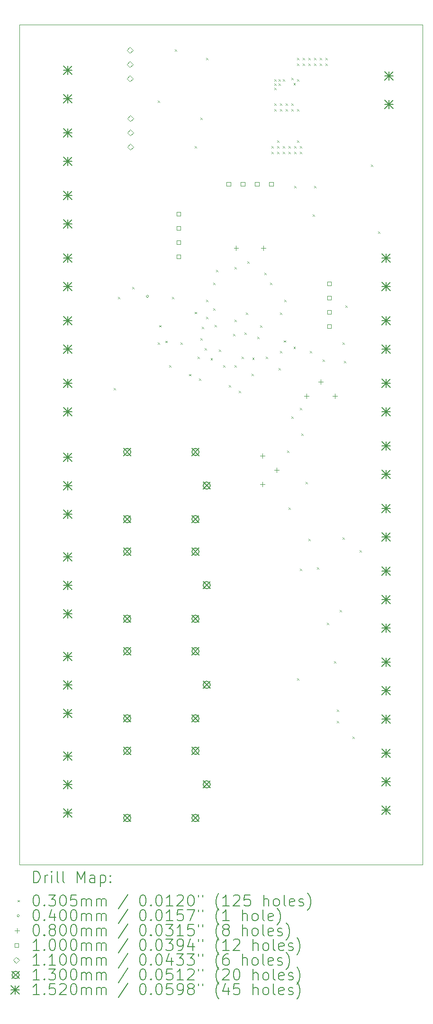
<source format=gbr>
%FSLAX45Y45*%
G04 Gerber Fmt 4.5, Leading zero omitted, Abs format (unit mm)*
G04 Created by KiCad (PCBNEW (6.0.5)) date 2022-07-22 19:18:20*
%MOMM*%
%LPD*%
G01*
G04 APERTURE LIST*
%TA.AperFunction,Profile*%
%ADD10C,0.100000*%
%TD*%
%ADD11C,0.200000*%
%ADD12C,0.030480*%
%ADD13C,0.040000*%
%ADD14C,0.080000*%
%ADD15C,0.100000*%
%ADD16C,0.110000*%
%ADD17C,0.130000*%
%ADD18C,0.152000*%
G04 APERTURE END LIST*
D10*
X5588000Y-2286000D02*
X12788000Y-2286000D01*
X12788000Y-2286000D02*
X12788000Y-17286000D01*
X12788000Y-17286000D02*
X5588000Y-17286000D01*
X5588000Y-17286000D02*
X5588000Y-2286000D01*
D11*
D12*
X7274560Y-8773160D02*
X7305040Y-8803640D01*
X7305040Y-8773160D02*
X7274560Y-8803640D01*
X7350760Y-7147560D02*
X7381240Y-7178040D01*
X7381240Y-7147560D02*
X7350760Y-7178040D01*
X7604760Y-6969760D02*
X7635240Y-7000240D01*
X7635240Y-6969760D02*
X7604760Y-7000240D01*
X8061959Y-7960360D02*
X8092439Y-7990840D01*
X8092439Y-7960360D02*
X8061959Y-7990840D01*
X8061960Y-3642360D02*
X8092440Y-3672840D01*
X8092440Y-3642360D02*
X8061960Y-3672840D01*
X8087360Y-7653307D02*
X8117840Y-7683787D01*
X8117840Y-7653307D02*
X8087360Y-7683787D01*
X8195362Y-7933746D02*
X8225842Y-7964226D01*
X8225842Y-7933746D02*
X8195362Y-7964226D01*
X8265160Y-8366760D02*
X8295640Y-8397240D01*
X8295640Y-8366760D02*
X8265160Y-8397240D01*
X8315960Y-7147560D02*
X8346440Y-7178040D01*
X8346440Y-7147560D02*
X8315960Y-7178040D01*
X8366760Y-2727960D02*
X8397240Y-2758440D01*
X8397240Y-2727960D02*
X8366760Y-2758440D01*
X8468360Y-7960360D02*
X8498840Y-7990840D01*
X8498840Y-7960360D02*
X8468360Y-7990840D01*
X8620760Y-8524931D02*
X8651240Y-8555411D01*
X8651240Y-8524931D02*
X8620760Y-8555411D01*
X8722360Y-4455160D02*
X8752840Y-4485640D01*
X8752840Y-4455160D02*
X8722360Y-4485640D01*
X8722360Y-7416750D02*
X8752840Y-7447230D01*
X8752840Y-7416750D02*
X8722360Y-7447230D01*
X8773160Y-8214360D02*
X8803640Y-8244840D01*
X8803640Y-8214360D02*
X8773160Y-8244840D01*
X8798560Y-8605570D02*
X8829040Y-8636050D01*
X8829040Y-8605570D02*
X8798560Y-8636050D01*
X8823960Y-3947160D02*
X8854440Y-3977640D01*
X8854440Y-3947160D02*
X8823960Y-3977640D01*
X8823960Y-7884160D02*
X8854440Y-7914640D01*
X8854440Y-7884160D02*
X8823960Y-7914640D01*
X8849360Y-7680960D02*
X8879840Y-7711440D01*
X8879840Y-7680960D02*
X8849360Y-7711440D01*
X8900160Y-8061960D02*
X8930640Y-8092440D01*
X8930640Y-8061960D02*
X8900160Y-8092440D01*
X8925560Y-2880360D02*
X8956040Y-2910840D01*
X8956040Y-2880360D02*
X8925560Y-2910840D01*
X8925560Y-7198360D02*
X8956040Y-7228840D01*
X8956040Y-7198360D02*
X8925560Y-7228840D01*
X8925560Y-7503160D02*
X8956040Y-7533640D01*
X8956040Y-7503160D02*
X8925560Y-7533640D01*
X9005898Y-8243898D02*
X9036378Y-8274378D01*
X9036378Y-8243898D02*
X9005898Y-8274378D01*
X9052560Y-6893560D02*
X9083040Y-6924040D01*
X9083040Y-6893560D02*
X9052560Y-6924040D01*
X9052560Y-7350760D02*
X9083040Y-7381240D01*
X9083040Y-7350760D02*
X9052560Y-7381240D01*
X9077960Y-7649789D02*
X9108440Y-7680269D01*
X9108440Y-7649789D02*
X9077960Y-7680269D01*
X9103360Y-6664960D02*
X9133840Y-6695440D01*
X9133840Y-6664960D02*
X9103360Y-6695440D01*
X9154160Y-8087360D02*
X9184640Y-8117840D01*
X9184640Y-8087360D02*
X9154160Y-8117840D01*
X9230360Y-8366760D02*
X9260840Y-8397240D01*
X9260840Y-8366760D02*
X9230360Y-8397240D01*
X9331960Y-8722360D02*
X9362440Y-8752840D01*
X9362440Y-8722360D02*
X9331960Y-8752840D01*
X9408160Y-7807960D02*
X9438640Y-7838440D01*
X9438640Y-7807960D02*
X9408160Y-7838440D01*
X9433560Y-6614160D02*
X9464040Y-6644640D01*
X9464040Y-6614160D02*
X9433560Y-6644640D01*
X9433560Y-7553960D02*
X9464040Y-7584440D01*
X9464040Y-7553960D02*
X9433560Y-7584440D01*
X9433560Y-8366760D02*
X9464040Y-8397240D01*
X9464040Y-8366760D02*
X9433560Y-8397240D01*
X9509760Y-8823960D02*
X9540240Y-8854440D01*
X9540240Y-8823960D02*
X9509760Y-8854440D01*
X9560560Y-8214360D02*
X9591040Y-8244840D01*
X9591040Y-8214360D02*
X9560560Y-8244840D01*
X9611360Y-7782560D02*
X9641840Y-7813040D01*
X9641840Y-7782560D02*
X9611360Y-7813040D01*
X9636760Y-7426960D02*
X9667240Y-7457440D01*
X9667240Y-7426960D02*
X9636760Y-7457440D01*
X9662160Y-6512560D02*
X9692640Y-6543040D01*
X9692640Y-6512560D02*
X9662160Y-6543040D01*
X9738360Y-8519160D02*
X9768840Y-8549640D01*
X9768840Y-8519160D02*
X9738360Y-8549640D01*
X9749398Y-8230536D02*
X9779878Y-8261016D01*
X9779878Y-8230536D02*
X9749398Y-8261016D01*
X9839960Y-7858760D02*
X9870440Y-7889240D01*
X9870440Y-7858760D02*
X9839960Y-7889240D01*
X9890760Y-7655560D02*
X9921240Y-7686040D01*
X9921240Y-7655560D02*
X9890760Y-7686040D01*
X9966960Y-6715760D02*
X9997440Y-6746240D01*
X9997440Y-6715760D02*
X9966960Y-6746240D01*
X9992360Y-8214360D02*
X10022840Y-8244840D01*
X10022840Y-8214360D02*
X9992360Y-8244840D01*
X10068560Y-6893560D02*
X10099040Y-6924040D01*
X10099040Y-6893560D02*
X10068560Y-6924040D01*
X10093960Y-4455160D02*
X10124440Y-4485640D01*
X10124440Y-4455160D02*
X10093960Y-4485640D01*
X10093960Y-4556760D02*
X10124440Y-4587240D01*
X10124440Y-4556760D02*
X10093960Y-4587240D01*
X10144760Y-3261360D02*
X10175240Y-3291840D01*
X10175240Y-3261360D02*
X10144760Y-3291840D01*
X10144760Y-3337560D02*
X10175240Y-3368040D01*
X10175240Y-3337560D02*
X10144760Y-3368040D01*
X10144760Y-3413760D02*
X10175240Y-3444240D01*
X10175240Y-3413760D02*
X10144760Y-3444240D01*
X10144760Y-3693160D02*
X10175240Y-3723640D01*
X10175240Y-3693160D02*
X10144760Y-3723640D01*
X10144760Y-3794760D02*
X10175240Y-3825240D01*
X10175240Y-3794760D02*
X10144760Y-3825240D01*
X10195560Y-4353560D02*
X10226040Y-4384040D01*
X10226040Y-4353560D02*
X10195560Y-4384040D01*
X10195560Y-4455160D02*
X10226040Y-4485640D01*
X10226040Y-4455160D02*
X10195560Y-4485640D01*
X10195560Y-4556760D02*
X10226040Y-4587240D01*
X10226040Y-4556760D02*
X10195560Y-4587240D01*
X10220960Y-3261360D02*
X10251440Y-3291840D01*
X10251440Y-3261360D02*
X10220960Y-3291840D01*
X10220960Y-3337560D02*
X10251440Y-3368040D01*
X10251440Y-3337560D02*
X10220960Y-3368040D01*
X10220960Y-8417560D02*
X10251440Y-8448040D01*
X10251440Y-8417560D02*
X10220960Y-8448040D01*
X10246360Y-3693160D02*
X10276840Y-3723640D01*
X10276840Y-3693160D02*
X10246360Y-3723640D01*
X10246360Y-3794760D02*
X10276840Y-3825240D01*
X10276840Y-3794760D02*
X10246360Y-3825240D01*
X10246360Y-7426960D02*
X10276840Y-7457440D01*
X10276840Y-7426960D02*
X10246360Y-7457440D01*
X10246360Y-8112760D02*
X10276840Y-8143240D01*
X10276840Y-8112760D02*
X10246360Y-8143240D01*
X10297160Y-3261360D02*
X10327640Y-3291840D01*
X10327640Y-3261360D02*
X10297160Y-3291840D01*
X10297160Y-4455160D02*
X10327640Y-4485640D01*
X10327640Y-4455160D02*
X10297160Y-4485640D01*
X10297160Y-4556760D02*
X10327640Y-4587240D01*
X10327640Y-4556760D02*
X10297160Y-4587240D01*
X10314850Y-7923640D02*
X10345330Y-7954120D01*
X10345330Y-7923640D02*
X10314850Y-7954120D01*
X10322560Y-7198360D02*
X10353040Y-7228840D01*
X10353040Y-7198360D02*
X10322560Y-7228840D01*
X10347960Y-3693160D02*
X10378440Y-3723640D01*
X10378440Y-3693160D02*
X10347960Y-3723640D01*
X10347960Y-3794760D02*
X10378440Y-3825240D01*
X10378440Y-3794760D02*
X10347960Y-3825240D01*
X10373360Y-9890760D02*
X10403840Y-9921240D01*
X10403840Y-9890760D02*
X10373360Y-9921240D01*
X10398760Y-4455160D02*
X10429240Y-4485640D01*
X10429240Y-4455160D02*
X10398760Y-4485640D01*
X10398760Y-4556760D02*
X10429240Y-4587240D01*
X10429240Y-4556760D02*
X10398760Y-4587240D01*
X10398760Y-10906760D02*
X10429240Y-10937240D01*
X10429240Y-10906760D02*
X10398760Y-10937240D01*
X10449560Y-3235960D02*
X10480040Y-3266440D01*
X10480040Y-3235960D02*
X10449560Y-3266440D01*
X10449560Y-3693160D02*
X10480040Y-3723640D01*
X10480040Y-3693160D02*
X10449560Y-3723640D01*
X10449560Y-3794760D02*
X10480040Y-3825240D01*
X10480040Y-3794760D02*
X10449560Y-3825240D01*
X10449560Y-9281160D02*
X10480040Y-9311640D01*
X10480040Y-9281160D02*
X10449560Y-9311640D01*
X10485170Y-8036560D02*
X10515650Y-8067040D01*
X10515650Y-8036560D02*
X10485170Y-8067040D01*
X10485460Y-3333260D02*
X10515940Y-3363740D01*
X10515940Y-3333260D02*
X10485460Y-3363740D01*
X10500360Y-4455160D02*
X10530840Y-4485640D01*
X10530840Y-4455160D02*
X10500360Y-4485640D01*
X10500360Y-4556760D02*
X10530840Y-4587240D01*
X10530840Y-4556760D02*
X10500360Y-4587240D01*
X10500360Y-5166360D02*
X10530840Y-5196840D01*
X10530840Y-5166360D02*
X10500360Y-5196840D01*
X10551160Y-2880360D02*
X10581640Y-2910840D01*
X10581640Y-2880360D02*
X10551160Y-2910840D01*
X10551160Y-2981960D02*
X10581640Y-3012440D01*
X10581640Y-2981960D02*
X10551160Y-3012440D01*
X10551160Y-3261360D02*
X10581640Y-3291840D01*
X10581640Y-3261360D02*
X10551160Y-3291840D01*
X10551160Y-3794760D02*
X10581640Y-3825240D01*
X10581640Y-3794760D02*
X10551160Y-3825240D01*
X10551160Y-4353560D02*
X10581640Y-4384040D01*
X10581640Y-4353560D02*
X10551160Y-4384040D01*
X10551160Y-13954760D02*
X10581640Y-13985240D01*
X10581640Y-13954760D02*
X10551160Y-13985240D01*
X10601960Y-4455160D02*
X10632440Y-4485640D01*
X10632440Y-4455160D02*
X10601960Y-4485640D01*
X10601960Y-4556760D02*
X10632440Y-4587240D01*
X10632440Y-4556760D02*
X10601960Y-4587240D01*
X10601960Y-9128760D02*
X10632440Y-9159240D01*
X10632440Y-9128760D02*
X10601960Y-9159240D01*
X10601960Y-11998960D02*
X10632440Y-12029440D01*
X10632440Y-11998960D02*
X10601960Y-12029440D01*
X10627360Y-9585960D02*
X10657840Y-9616440D01*
X10657840Y-9585960D02*
X10627360Y-9616440D01*
X10652760Y-2880360D02*
X10683240Y-2910840D01*
X10683240Y-2880360D02*
X10652760Y-2910840D01*
X10652760Y-2981960D02*
X10683240Y-3012440D01*
X10683240Y-2981960D02*
X10652760Y-3012440D01*
X10703560Y-10449560D02*
X10734040Y-10480040D01*
X10734040Y-10449560D02*
X10703560Y-10480040D01*
X10754360Y-2880360D02*
X10784840Y-2910840D01*
X10784840Y-2880360D02*
X10754360Y-2910840D01*
X10754360Y-2981960D02*
X10784840Y-3012440D01*
X10784840Y-2981960D02*
X10754360Y-3012440D01*
X10754360Y-11465560D02*
X10784840Y-11496040D01*
X10784840Y-11465560D02*
X10754360Y-11496040D01*
X10780451Y-8112760D02*
X10810931Y-8143240D01*
X10810931Y-8112760D02*
X10780451Y-8143240D01*
X10830560Y-5674360D02*
X10861040Y-5704840D01*
X10861040Y-5674360D02*
X10830560Y-5704840D01*
X10855960Y-2880360D02*
X10886440Y-2910840D01*
X10886440Y-2880360D02*
X10855960Y-2910840D01*
X10855960Y-2981960D02*
X10886440Y-3012440D01*
X10886440Y-2981960D02*
X10855960Y-3012440D01*
X10855960Y-5166360D02*
X10886440Y-5196840D01*
X10886440Y-5166360D02*
X10855960Y-5196840D01*
X10906760Y-11973560D02*
X10937240Y-12004040D01*
X10937240Y-11973560D02*
X10906760Y-12004040D01*
X10957560Y-2880360D02*
X10988040Y-2910840D01*
X10988040Y-2880360D02*
X10957560Y-2910840D01*
X10957560Y-2981960D02*
X10988040Y-3012440D01*
X10988040Y-2981960D02*
X10957560Y-3012440D01*
X11008360Y-8265160D02*
X11038840Y-8295640D01*
X11038840Y-8265160D02*
X11008360Y-8295640D01*
X11059160Y-2880360D02*
X11089640Y-2910840D01*
X11089640Y-2880360D02*
X11059160Y-2910840D01*
X11059160Y-2981960D02*
X11089640Y-3012440D01*
X11089640Y-2981960D02*
X11059160Y-3012440D01*
X11084560Y-12964160D02*
X11115040Y-12994640D01*
X11115040Y-12964160D02*
X11084560Y-12994640D01*
X11211560Y-13649960D02*
X11242040Y-13680440D01*
X11242040Y-13649960D02*
X11211560Y-13680440D01*
X11262360Y-14513560D02*
X11292840Y-14544040D01*
X11292840Y-14513560D02*
X11262360Y-14544040D01*
X11262360Y-14716760D02*
X11292840Y-14747240D01*
X11292840Y-14716760D02*
X11262360Y-14747240D01*
X11313160Y-12735560D02*
X11343640Y-12766040D01*
X11343640Y-12735560D02*
X11313160Y-12766040D01*
X11363960Y-7960360D02*
X11394440Y-7990840D01*
X11394440Y-7960360D02*
X11363960Y-7990840D01*
X11363960Y-11440160D02*
X11394440Y-11470640D01*
X11394440Y-11440160D02*
X11363960Y-11470640D01*
X11389360Y-8290560D02*
X11419840Y-8321040D01*
X11419840Y-8290560D02*
X11389360Y-8321040D01*
X11414760Y-7299960D02*
X11445240Y-7330440D01*
X11445240Y-7299960D02*
X11414760Y-7330440D01*
X11541760Y-14996160D02*
X11572240Y-15026640D01*
X11572240Y-14996160D02*
X11541760Y-15026640D01*
X11668760Y-11668760D02*
X11699240Y-11699240D01*
X11699240Y-11668760D02*
X11668760Y-11699240D01*
X11871960Y-4785360D02*
X11902440Y-4815840D01*
X11902440Y-4785360D02*
X11871960Y-4815840D01*
X11998960Y-5979160D02*
X12029440Y-6009640D01*
X12029440Y-5979160D02*
X11998960Y-6009640D01*
D13*
X7894000Y-7137400D02*
G75*
G03*
X7894000Y-7137400I-20000J0D01*
G01*
D14*
X9457800Y-6233800D02*
X9457800Y-6313800D01*
X9417800Y-6273800D02*
X9497800Y-6273800D01*
X9931400Y-9942200D02*
X9931400Y-10022200D01*
X9891400Y-9982200D02*
X9971400Y-9982200D01*
X9931400Y-10450200D02*
X9931400Y-10530200D01*
X9891400Y-10490200D02*
X9971400Y-10490200D01*
X9945800Y-6233800D02*
X9945800Y-6313800D01*
X9905800Y-6273800D02*
X9985800Y-6273800D01*
X10185400Y-10196200D02*
X10185400Y-10276200D01*
X10145400Y-10236200D02*
X10225400Y-10236200D01*
X10717800Y-8875900D02*
X10717800Y-8955900D01*
X10677800Y-8915900D02*
X10757800Y-8915900D01*
X10971800Y-8621900D02*
X10971800Y-8701900D01*
X10931800Y-8661900D02*
X11011800Y-8661900D01*
X11225800Y-8875900D02*
X11225800Y-8955900D01*
X11185800Y-8915900D02*
X11265800Y-8915900D01*
D15*
X8468156Y-5698556D02*
X8468156Y-5627844D01*
X8397444Y-5627844D01*
X8397444Y-5698556D01*
X8468156Y-5698556D01*
X8468156Y-5952556D02*
X8468156Y-5881844D01*
X8397444Y-5881844D01*
X8397444Y-5952556D01*
X8468156Y-5952556D01*
X8468156Y-6206556D02*
X8468156Y-6135844D01*
X8397444Y-6135844D01*
X8397444Y-6206556D01*
X8468156Y-6206556D01*
X8468156Y-6460556D02*
X8468156Y-6389844D01*
X8397444Y-6389844D01*
X8397444Y-6460556D01*
X8468156Y-6460556D01*
X9358156Y-5166156D02*
X9358156Y-5095444D01*
X9287444Y-5095444D01*
X9287444Y-5166156D01*
X9358156Y-5166156D01*
X9612156Y-5166156D02*
X9612156Y-5095444D01*
X9541444Y-5095444D01*
X9541444Y-5166156D01*
X9612156Y-5166156D01*
X9866156Y-5166156D02*
X9866156Y-5095444D01*
X9795444Y-5095444D01*
X9795444Y-5166156D01*
X9866156Y-5166156D01*
X10120156Y-5166156D02*
X10120156Y-5095444D01*
X10049444Y-5095444D01*
X10049444Y-5166156D01*
X10120156Y-5166156D01*
X11160556Y-6944156D02*
X11160556Y-6873444D01*
X11089844Y-6873444D01*
X11089844Y-6944156D01*
X11160556Y-6944156D01*
X11160556Y-7198156D02*
X11160556Y-7127444D01*
X11089844Y-7127444D01*
X11089844Y-7198156D01*
X11160556Y-7198156D01*
X11160556Y-7452156D02*
X11160556Y-7381444D01*
X11089844Y-7381444D01*
X11089844Y-7452156D01*
X11160556Y-7452156D01*
X11160556Y-7706156D02*
X11160556Y-7635444D01*
X11089844Y-7635444D01*
X11089844Y-7706156D01*
X11160556Y-7706156D01*
D16*
X7562100Y-2798200D02*
X7617100Y-2743200D01*
X7562100Y-2688200D01*
X7507100Y-2743200D01*
X7562100Y-2798200D01*
X7562100Y-3052200D02*
X7617100Y-2997200D01*
X7562100Y-2942200D01*
X7507100Y-2997200D01*
X7562100Y-3052200D01*
X7562100Y-3306200D02*
X7617100Y-3251200D01*
X7562100Y-3196200D01*
X7507100Y-3251200D01*
X7562100Y-3306200D01*
X7569200Y-4017400D02*
X7624200Y-3962400D01*
X7569200Y-3907400D01*
X7514200Y-3962400D01*
X7569200Y-4017400D01*
X7569200Y-4271400D02*
X7624200Y-4216400D01*
X7569200Y-4161400D01*
X7514200Y-4216400D01*
X7569200Y-4271400D01*
X7569200Y-4525400D02*
X7624200Y-4470400D01*
X7569200Y-4415400D01*
X7514200Y-4470400D01*
X7569200Y-4525400D01*
D17*
X7448000Y-9850600D02*
X7578000Y-9980600D01*
X7578000Y-9850600D02*
X7448000Y-9980600D01*
X7578000Y-9915600D02*
G75*
G03*
X7578000Y-9915600I-65000J0D01*
G01*
X7448000Y-11050600D02*
X7578000Y-11180600D01*
X7578000Y-11050600D02*
X7448000Y-11180600D01*
X7578000Y-11115600D02*
G75*
G03*
X7578000Y-11115600I-65000J0D01*
G01*
X7448000Y-11628600D02*
X7578000Y-11758600D01*
X7578000Y-11628600D02*
X7448000Y-11758600D01*
X7578000Y-11693600D02*
G75*
G03*
X7578000Y-11693600I-65000J0D01*
G01*
X7448000Y-12828600D02*
X7578000Y-12958600D01*
X7578000Y-12828600D02*
X7448000Y-12958600D01*
X7578000Y-12893600D02*
G75*
G03*
X7578000Y-12893600I-65000J0D01*
G01*
X7448000Y-13406600D02*
X7578000Y-13536600D01*
X7578000Y-13406600D02*
X7448000Y-13536600D01*
X7578000Y-13471600D02*
G75*
G03*
X7578000Y-13471600I-65000J0D01*
G01*
X7448000Y-14606600D02*
X7578000Y-14736600D01*
X7578000Y-14606600D02*
X7448000Y-14736600D01*
X7578000Y-14671600D02*
G75*
G03*
X7578000Y-14671600I-65000J0D01*
G01*
X7448000Y-15184600D02*
X7578000Y-15314600D01*
X7578000Y-15184600D02*
X7448000Y-15314600D01*
X7578000Y-15249600D02*
G75*
G03*
X7578000Y-15249600I-65000J0D01*
G01*
X7448000Y-16384600D02*
X7578000Y-16514600D01*
X7578000Y-16384600D02*
X7448000Y-16514600D01*
X7578000Y-16449600D02*
G75*
G03*
X7578000Y-16449600I-65000J0D01*
G01*
X8668000Y-9850600D02*
X8798000Y-9980600D01*
X8798000Y-9850600D02*
X8668000Y-9980600D01*
X8798000Y-9915600D02*
G75*
G03*
X8798000Y-9915600I-65000J0D01*
G01*
X8668000Y-11050600D02*
X8798000Y-11180600D01*
X8798000Y-11050600D02*
X8668000Y-11180600D01*
X8798000Y-11115600D02*
G75*
G03*
X8798000Y-11115600I-65000J0D01*
G01*
X8668000Y-11628600D02*
X8798000Y-11758600D01*
X8798000Y-11628600D02*
X8668000Y-11758600D01*
X8798000Y-11693600D02*
G75*
G03*
X8798000Y-11693600I-65000J0D01*
G01*
X8668000Y-12828600D02*
X8798000Y-12958600D01*
X8798000Y-12828600D02*
X8668000Y-12958600D01*
X8798000Y-12893600D02*
G75*
G03*
X8798000Y-12893600I-65000J0D01*
G01*
X8668000Y-13406600D02*
X8798000Y-13536600D01*
X8798000Y-13406600D02*
X8668000Y-13536600D01*
X8798000Y-13471600D02*
G75*
G03*
X8798000Y-13471600I-65000J0D01*
G01*
X8668000Y-14606600D02*
X8798000Y-14736600D01*
X8798000Y-14606600D02*
X8668000Y-14736600D01*
X8798000Y-14671600D02*
G75*
G03*
X8798000Y-14671600I-65000J0D01*
G01*
X8668000Y-15184600D02*
X8798000Y-15314600D01*
X8798000Y-15184600D02*
X8668000Y-15314600D01*
X8798000Y-15249600D02*
G75*
G03*
X8798000Y-15249600I-65000J0D01*
G01*
X8668000Y-16384600D02*
X8798000Y-16514600D01*
X8798000Y-16384600D02*
X8668000Y-16514600D01*
X8798000Y-16449600D02*
G75*
G03*
X8798000Y-16449600I-65000J0D01*
G01*
X8868000Y-10450600D02*
X8998000Y-10580600D01*
X8998000Y-10450600D02*
X8868000Y-10580600D01*
X8998000Y-10515600D02*
G75*
G03*
X8998000Y-10515600I-65000J0D01*
G01*
X8868000Y-12228600D02*
X8998000Y-12358600D01*
X8998000Y-12228600D02*
X8868000Y-12358600D01*
X8998000Y-12293600D02*
G75*
G03*
X8998000Y-12293600I-65000J0D01*
G01*
X8868000Y-14006600D02*
X8998000Y-14136600D01*
X8998000Y-14006600D02*
X8868000Y-14136600D01*
X8998000Y-14071600D02*
G75*
G03*
X8998000Y-14071600I-65000J0D01*
G01*
X8868000Y-15784600D02*
X8998000Y-15914600D01*
X8998000Y-15784600D02*
X8868000Y-15914600D01*
X8998000Y-15849600D02*
G75*
G03*
X8998000Y-15849600I-65000J0D01*
G01*
D18*
X6375600Y-3022800D02*
X6527600Y-3174800D01*
X6527600Y-3022800D02*
X6375600Y-3174800D01*
X6451600Y-3022800D02*
X6451600Y-3174800D01*
X6375600Y-3098800D02*
X6527600Y-3098800D01*
X6375600Y-3530800D02*
X6527600Y-3682800D01*
X6527600Y-3530800D02*
X6375600Y-3682800D01*
X6451600Y-3530800D02*
X6451600Y-3682800D01*
X6375600Y-3606800D02*
X6527600Y-3606800D01*
X6375600Y-4140400D02*
X6527600Y-4292400D01*
X6527600Y-4140400D02*
X6375600Y-4292400D01*
X6451600Y-4140400D02*
X6451600Y-4292400D01*
X6375600Y-4216400D02*
X6527600Y-4216400D01*
X6375600Y-4648400D02*
X6527600Y-4800400D01*
X6527600Y-4648400D02*
X6375600Y-4800400D01*
X6451600Y-4648400D02*
X6451600Y-4800400D01*
X6375600Y-4724400D02*
X6527600Y-4724400D01*
X6375600Y-5258000D02*
X6527600Y-5410000D01*
X6527600Y-5258000D02*
X6375600Y-5410000D01*
X6451600Y-5258000D02*
X6451600Y-5410000D01*
X6375600Y-5334000D02*
X6527600Y-5334000D01*
X6375600Y-5766000D02*
X6527600Y-5918000D01*
X6527600Y-5766000D02*
X6375600Y-5918000D01*
X6451600Y-5766000D02*
X6451600Y-5918000D01*
X6375600Y-5842000D02*
X6527600Y-5842000D01*
X6375600Y-6375600D02*
X6527600Y-6527600D01*
X6527600Y-6375600D02*
X6375600Y-6527600D01*
X6451600Y-6375600D02*
X6451600Y-6527600D01*
X6375600Y-6451600D02*
X6527600Y-6451600D01*
X6375600Y-6883600D02*
X6527600Y-7035600D01*
X6527600Y-6883600D02*
X6375600Y-7035600D01*
X6451600Y-6883600D02*
X6451600Y-7035600D01*
X6375600Y-6959600D02*
X6527600Y-6959600D01*
X6375600Y-7493200D02*
X6527600Y-7645200D01*
X6527600Y-7493200D02*
X6375600Y-7645200D01*
X6451600Y-7493200D02*
X6451600Y-7645200D01*
X6375600Y-7569200D02*
X6527600Y-7569200D01*
X6375600Y-8001200D02*
X6527600Y-8153200D01*
X6527600Y-8001200D02*
X6375600Y-8153200D01*
X6451600Y-8001200D02*
X6451600Y-8153200D01*
X6375600Y-8077200D02*
X6527600Y-8077200D01*
X6375600Y-8610800D02*
X6527600Y-8762800D01*
X6527600Y-8610800D02*
X6375600Y-8762800D01*
X6451600Y-8610800D02*
X6451600Y-8762800D01*
X6375600Y-8686800D02*
X6527600Y-8686800D01*
X6375600Y-9118800D02*
X6527600Y-9270800D01*
X6527600Y-9118800D02*
X6375600Y-9270800D01*
X6451600Y-9118800D02*
X6451600Y-9270800D01*
X6375600Y-9194800D02*
X6527600Y-9194800D01*
X6375600Y-9931600D02*
X6527600Y-10083600D01*
X6527600Y-9931600D02*
X6375600Y-10083600D01*
X6451600Y-9931600D02*
X6451600Y-10083600D01*
X6375600Y-10007600D02*
X6527600Y-10007600D01*
X6375600Y-10439600D02*
X6527600Y-10591600D01*
X6527600Y-10439600D02*
X6375600Y-10591600D01*
X6451600Y-10439600D02*
X6451600Y-10591600D01*
X6375600Y-10515600D02*
X6527600Y-10515600D01*
X6375600Y-10947600D02*
X6527600Y-11099600D01*
X6527600Y-10947600D02*
X6375600Y-11099600D01*
X6451600Y-10947600D02*
X6451600Y-11099600D01*
X6375600Y-11023600D02*
X6527600Y-11023600D01*
X6375600Y-11709600D02*
X6527600Y-11861600D01*
X6527600Y-11709600D02*
X6375600Y-11861600D01*
X6451600Y-11709600D02*
X6451600Y-11861600D01*
X6375600Y-11785600D02*
X6527600Y-11785600D01*
X6375600Y-12217600D02*
X6527600Y-12369600D01*
X6527600Y-12217600D02*
X6375600Y-12369600D01*
X6451600Y-12217600D02*
X6451600Y-12369600D01*
X6375600Y-12293600D02*
X6527600Y-12293600D01*
X6375600Y-12725600D02*
X6527600Y-12877600D01*
X6527600Y-12725600D02*
X6375600Y-12877600D01*
X6451600Y-12725600D02*
X6451600Y-12877600D01*
X6375600Y-12801600D02*
X6527600Y-12801600D01*
X6375600Y-13487600D02*
X6527600Y-13639600D01*
X6527600Y-13487600D02*
X6375600Y-13639600D01*
X6451600Y-13487600D02*
X6451600Y-13639600D01*
X6375600Y-13563600D02*
X6527600Y-13563600D01*
X6375600Y-13995600D02*
X6527600Y-14147600D01*
X6527600Y-13995600D02*
X6375600Y-14147600D01*
X6451600Y-13995600D02*
X6451600Y-14147600D01*
X6375600Y-14071600D02*
X6527600Y-14071600D01*
X6375600Y-14503600D02*
X6527600Y-14655600D01*
X6527600Y-14503600D02*
X6375600Y-14655600D01*
X6451600Y-14503600D02*
X6451600Y-14655600D01*
X6375600Y-14579600D02*
X6527600Y-14579600D01*
X6375600Y-15265600D02*
X6527600Y-15417600D01*
X6527600Y-15265600D02*
X6375600Y-15417600D01*
X6451600Y-15265600D02*
X6451600Y-15417600D01*
X6375600Y-15341600D02*
X6527600Y-15341600D01*
X6375600Y-15773600D02*
X6527600Y-15925600D01*
X6527600Y-15773600D02*
X6375600Y-15925600D01*
X6451600Y-15773600D02*
X6451600Y-15925600D01*
X6375600Y-15849600D02*
X6527600Y-15849600D01*
X6375600Y-16281600D02*
X6527600Y-16433600D01*
X6527600Y-16281600D02*
X6375600Y-16433600D01*
X6451600Y-16281600D02*
X6451600Y-16433600D01*
X6375600Y-16357600D02*
X6527600Y-16357600D01*
X12065200Y-6375600D02*
X12217200Y-6527600D01*
X12217200Y-6375600D02*
X12065200Y-6527600D01*
X12141200Y-6375600D02*
X12141200Y-6527600D01*
X12065200Y-6451600D02*
X12217200Y-6451600D01*
X12065200Y-6883600D02*
X12217200Y-7035600D01*
X12217200Y-6883600D02*
X12065200Y-7035600D01*
X12141200Y-6883600D02*
X12141200Y-7035600D01*
X12065200Y-6959600D02*
X12217200Y-6959600D01*
X12065200Y-7493200D02*
X12217200Y-7645200D01*
X12217200Y-7493200D02*
X12065200Y-7645200D01*
X12141200Y-7493200D02*
X12141200Y-7645200D01*
X12065200Y-7569200D02*
X12217200Y-7569200D01*
X12065200Y-8001200D02*
X12217200Y-8153200D01*
X12217200Y-8001200D02*
X12065200Y-8153200D01*
X12141200Y-8001200D02*
X12141200Y-8153200D01*
X12065200Y-8077200D02*
X12217200Y-8077200D01*
X12065200Y-8610800D02*
X12217200Y-8762800D01*
X12217200Y-8610800D02*
X12065200Y-8762800D01*
X12141200Y-8610800D02*
X12141200Y-8762800D01*
X12065200Y-8686800D02*
X12217200Y-8686800D01*
X12065200Y-9118800D02*
X12217200Y-9270800D01*
X12217200Y-9118800D02*
X12065200Y-9270800D01*
X12141200Y-9118800D02*
X12141200Y-9270800D01*
X12065200Y-9194800D02*
X12217200Y-9194800D01*
X12065200Y-9728400D02*
X12217200Y-9880400D01*
X12217200Y-9728400D02*
X12065200Y-9880400D01*
X12141200Y-9728400D02*
X12141200Y-9880400D01*
X12065200Y-9804400D02*
X12217200Y-9804400D01*
X12065200Y-10236400D02*
X12217200Y-10388400D01*
X12217200Y-10236400D02*
X12065200Y-10388400D01*
X12141200Y-10236400D02*
X12141200Y-10388400D01*
X12065200Y-10312400D02*
X12217200Y-10312400D01*
X12065200Y-10846000D02*
X12217200Y-10998000D01*
X12217200Y-10846000D02*
X12065200Y-10998000D01*
X12141200Y-10846000D02*
X12141200Y-10998000D01*
X12065200Y-10922000D02*
X12217200Y-10922000D01*
X12065200Y-11354000D02*
X12217200Y-11506000D01*
X12217200Y-11354000D02*
X12065200Y-11506000D01*
X12141200Y-11354000D02*
X12141200Y-11506000D01*
X12065200Y-11430000D02*
X12217200Y-11430000D01*
X12065200Y-11963600D02*
X12217200Y-12115600D01*
X12217200Y-11963600D02*
X12065200Y-12115600D01*
X12141200Y-11963600D02*
X12141200Y-12115600D01*
X12065200Y-12039600D02*
X12217200Y-12039600D01*
X12065200Y-12471600D02*
X12217200Y-12623600D01*
X12217200Y-12471600D02*
X12065200Y-12623600D01*
X12141200Y-12471600D02*
X12141200Y-12623600D01*
X12065200Y-12547600D02*
X12217200Y-12547600D01*
X12065200Y-12979600D02*
X12217200Y-13131600D01*
X12217200Y-12979600D02*
X12065200Y-13131600D01*
X12141200Y-12979600D02*
X12141200Y-13131600D01*
X12065200Y-13055600D02*
X12217200Y-13055600D01*
X12065200Y-13589200D02*
X12217200Y-13741200D01*
X12217200Y-13589200D02*
X12065200Y-13741200D01*
X12141200Y-13589200D02*
X12141200Y-13741200D01*
X12065200Y-13665200D02*
X12217200Y-13665200D01*
X12065200Y-14097200D02*
X12217200Y-14249200D01*
X12217200Y-14097200D02*
X12065200Y-14249200D01*
X12141200Y-14097200D02*
X12141200Y-14249200D01*
X12065200Y-14173200D02*
X12217200Y-14173200D01*
X12065200Y-14605200D02*
X12217200Y-14757200D01*
X12217200Y-14605200D02*
X12065200Y-14757200D01*
X12141200Y-14605200D02*
X12141200Y-14757200D01*
X12065200Y-14681200D02*
X12217200Y-14681200D01*
X12065200Y-15214800D02*
X12217200Y-15366800D01*
X12217200Y-15214800D02*
X12065200Y-15366800D01*
X12141200Y-15214800D02*
X12141200Y-15366800D01*
X12065200Y-15290800D02*
X12217200Y-15290800D01*
X12065200Y-15722800D02*
X12217200Y-15874800D01*
X12217200Y-15722800D02*
X12065200Y-15874800D01*
X12141200Y-15722800D02*
X12141200Y-15874800D01*
X12065200Y-15798800D02*
X12217200Y-15798800D01*
X12065200Y-16230800D02*
X12217200Y-16382800D01*
X12217200Y-16230800D02*
X12065200Y-16382800D01*
X12141200Y-16230800D02*
X12141200Y-16382800D01*
X12065200Y-16306800D02*
X12217200Y-16306800D01*
X12116000Y-3124400D02*
X12268000Y-3276400D01*
X12268000Y-3124400D02*
X12116000Y-3276400D01*
X12192000Y-3124400D02*
X12192000Y-3276400D01*
X12116000Y-3200400D02*
X12268000Y-3200400D01*
X12116000Y-3632400D02*
X12268000Y-3784400D01*
X12268000Y-3632400D02*
X12116000Y-3784400D01*
X12192000Y-3632400D02*
X12192000Y-3784400D01*
X12116000Y-3708400D02*
X12268000Y-3708400D01*
D11*
X5840619Y-17601476D02*
X5840619Y-17401476D01*
X5888238Y-17401476D01*
X5916809Y-17411000D01*
X5935857Y-17430048D01*
X5945381Y-17449095D01*
X5954905Y-17487190D01*
X5954905Y-17515762D01*
X5945381Y-17553857D01*
X5935857Y-17572905D01*
X5916809Y-17591952D01*
X5888238Y-17601476D01*
X5840619Y-17601476D01*
X6040619Y-17601476D02*
X6040619Y-17468143D01*
X6040619Y-17506238D02*
X6050143Y-17487190D01*
X6059667Y-17477667D01*
X6078714Y-17468143D01*
X6097762Y-17468143D01*
X6164428Y-17601476D02*
X6164428Y-17468143D01*
X6164428Y-17401476D02*
X6154905Y-17411000D01*
X6164428Y-17420524D01*
X6173952Y-17411000D01*
X6164428Y-17401476D01*
X6164428Y-17420524D01*
X6288238Y-17601476D02*
X6269190Y-17591952D01*
X6259667Y-17572905D01*
X6259667Y-17401476D01*
X6393000Y-17601476D02*
X6373952Y-17591952D01*
X6364428Y-17572905D01*
X6364428Y-17401476D01*
X6621571Y-17601476D02*
X6621571Y-17401476D01*
X6688238Y-17544333D01*
X6754905Y-17401476D01*
X6754905Y-17601476D01*
X6935857Y-17601476D02*
X6935857Y-17496714D01*
X6926333Y-17477667D01*
X6907286Y-17468143D01*
X6869190Y-17468143D01*
X6850143Y-17477667D01*
X6935857Y-17591952D02*
X6916809Y-17601476D01*
X6869190Y-17601476D01*
X6850143Y-17591952D01*
X6840619Y-17572905D01*
X6840619Y-17553857D01*
X6850143Y-17534810D01*
X6869190Y-17525286D01*
X6916809Y-17525286D01*
X6935857Y-17515762D01*
X7031095Y-17468143D02*
X7031095Y-17668143D01*
X7031095Y-17477667D02*
X7050143Y-17468143D01*
X7088238Y-17468143D01*
X7107286Y-17477667D01*
X7116809Y-17487190D01*
X7126333Y-17506238D01*
X7126333Y-17563381D01*
X7116809Y-17582429D01*
X7107286Y-17591952D01*
X7088238Y-17601476D01*
X7050143Y-17601476D01*
X7031095Y-17591952D01*
X7212048Y-17582429D02*
X7221571Y-17591952D01*
X7212048Y-17601476D01*
X7202524Y-17591952D01*
X7212048Y-17582429D01*
X7212048Y-17601476D01*
X7212048Y-17477667D02*
X7221571Y-17487190D01*
X7212048Y-17496714D01*
X7202524Y-17487190D01*
X7212048Y-17477667D01*
X7212048Y-17496714D01*
D12*
X5552520Y-17915760D02*
X5583000Y-17946240D01*
X5583000Y-17915760D02*
X5552520Y-17946240D01*
D11*
X5878714Y-17821476D02*
X5897762Y-17821476D01*
X5916809Y-17831000D01*
X5926333Y-17840524D01*
X5935857Y-17859571D01*
X5945381Y-17897667D01*
X5945381Y-17945286D01*
X5935857Y-17983381D01*
X5926333Y-18002429D01*
X5916809Y-18011952D01*
X5897762Y-18021476D01*
X5878714Y-18021476D01*
X5859667Y-18011952D01*
X5850143Y-18002429D01*
X5840619Y-17983381D01*
X5831095Y-17945286D01*
X5831095Y-17897667D01*
X5840619Y-17859571D01*
X5850143Y-17840524D01*
X5859667Y-17831000D01*
X5878714Y-17821476D01*
X6031095Y-18002429D02*
X6040619Y-18011952D01*
X6031095Y-18021476D01*
X6021571Y-18011952D01*
X6031095Y-18002429D01*
X6031095Y-18021476D01*
X6107286Y-17821476D02*
X6231095Y-17821476D01*
X6164428Y-17897667D01*
X6193000Y-17897667D01*
X6212048Y-17907190D01*
X6221571Y-17916714D01*
X6231095Y-17935762D01*
X6231095Y-17983381D01*
X6221571Y-18002429D01*
X6212048Y-18011952D01*
X6193000Y-18021476D01*
X6135857Y-18021476D01*
X6116809Y-18011952D01*
X6107286Y-18002429D01*
X6354905Y-17821476D02*
X6373952Y-17821476D01*
X6393000Y-17831000D01*
X6402524Y-17840524D01*
X6412048Y-17859571D01*
X6421571Y-17897667D01*
X6421571Y-17945286D01*
X6412048Y-17983381D01*
X6402524Y-18002429D01*
X6393000Y-18011952D01*
X6373952Y-18021476D01*
X6354905Y-18021476D01*
X6335857Y-18011952D01*
X6326333Y-18002429D01*
X6316809Y-17983381D01*
X6307286Y-17945286D01*
X6307286Y-17897667D01*
X6316809Y-17859571D01*
X6326333Y-17840524D01*
X6335857Y-17831000D01*
X6354905Y-17821476D01*
X6602524Y-17821476D02*
X6507286Y-17821476D01*
X6497762Y-17916714D01*
X6507286Y-17907190D01*
X6526333Y-17897667D01*
X6573952Y-17897667D01*
X6593000Y-17907190D01*
X6602524Y-17916714D01*
X6612048Y-17935762D01*
X6612048Y-17983381D01*
X6602524Y-18002429D01*
X6593000Y-18011952D01*
X6573952Y-18021476D01*
X6526333Y-18021476D01*
X6507286Y-18011952D01*
X6497762Y-18002429D01*
X6697762Y-18021476D02*
X6697762Y-17888143D01*
X6697762Y-17907190D02*
X6707286Y-17897667D01*
X6726333Y-17888143D01*
X6754905Y-17888143D01*
X6773952Y-17897667D01*
X6783476Y-17916714D01*
X6783476Y-18021476D01*
X6783476Y-17916714D02*
X6793000Y-17897667D01*
X6812048Y-17888143D01*
X6840619Y-17888143D01*
X6859667Y-17897667D01*
X6869190Y-17916714D01*
X6869190Y-18021476D01*
X6964428Y-18021476D02*
X6964428Y-17888143D01*
X6964428Y-17907190D02*
X6973952Y-17897667D01*
X6993000Y-17888143D01*
X7021571Y-17888143D01*
X7040619Y-17897667D01*
X7050143Y-17916714D01*
X7050143Y-18021476D01*
X7050143Y-17916714D02*
X7059667Y-17897667D01*
X7078714Y-17888143D01*
X7107286Y-17888143D01*
X7126333Y-17897667D01*
X7135857Y-17916714D01*
X7135857Y-18021476D01*
X7526333Y-17811952D02*
X7354905Y-18069095D01*
X7783476Y-17821476D02*
X7802524Y-17821476D01*
X7821571Y-17831000D01*
X7831095Y-17840524D01*
X7840619Y-17859571D01*
X7850143Y-17897667D01*
X7850143Y-17945286D01*
X7840619Y-17983381D01*
X7831095Y-18002429D01*
X7821571Y-18011952D01*
X7802524Y-18021476D01*
X7783476Y-18021476D01*
X7764428Y-18011952D01*
X7754905Y-18002429D01*
X7745381Y-17983381D01*
X7735857Y-17945286D01*
X7735857Y-17897667D01*
X7745381Y-17859571D01*
X7754905Y-17840524D01*
X7764428Y-17831000D01*
X7783476Y-17821476D01*
X7935857Y-18002429D02*
X7945381Y-18011952D01*
X7935857Y-18021476D01*
X7926333Y-18011952D01*
X7935857Y-18002429D01*
X7935857Y-18021476D01*
X8069190Y-17821476D02*
X8088238Y-17821476D01*
X8107286Y-17831000D01*
X8116809Y-17840524D01*
X8126333Y-17859571D01*
X8135857Y-17897667D01*
X8135857Y-17945286D01*
X8126333Y-17983381D01*
X8116809Y-18002429D01*
X8107286Y-18011952D01*
X8088238Y-18021476D01*
X8069190Y-18021476D01*
X8050143Y-18011952D01*
X8040619Y-18002429D01*
X8031095Y-17983381D01*
X8021571Y-17945286D01*
X8021571Y-17897667D01*
X8031095Y-17859571D01*
X8040619Y-17840524D01*
X8050143Y-17831000D01*
X8069190Y-17821476D01*
X8326333Y-18021476D02*
X8212048Y-18021476D01*
X8269190Y-18021476D02*
X8269190Y-17821476D01*
X8250143Y-17850048D01*
X8231095Y-17869095D01*
X8212048Y-17878619D01*
X8402524Y-17840524D02*
X8412048Y-17831000D01*
X8431095Y-17821476D01*
X8478714Y-17821476D01*
X8497762Y-17831000D01*
X8507286Y-17840524D01*
X8516810Y-17859571D01*
X8516810Y-17878619D01*
X8507286Y-17907190D01*
X8393000Y-18021476D01*
X8516810Y-18021476D01*
X8640619Y-17821476D02*
X8659667Y-17821476D01*
X8678714Y-17831000D01*
X8688238Y-17840524D01*
X8697762Y-17859571D01*
X8707286Y-17897667D01*
X8707286Y-17945286D01*
X8697762Y-17983381D01*
X8688238Y-18002429D01*
X8678714Y-18011952D01*
X8659667Y-18021476D01*
X8640619Y-18021476D01*
X8621571Y-18011952D01*
X8612048Y-18002429D01*
X8602524Y-17983381D01*
X8593000Y-17945286D01*
X8593000Y-17897667D01*
X8602524Y-17859571D01*
X8612048Y-17840524D01*
X8621571Y-17831000D01*
X8640619Y-17821476D01*
X8783476Y-17821476D02*
X8783476Y-17859571D01*
X8859667Y-17821476D02*
X8859667Y-17859571D01*
X9154905Y-18097667D02*
X9145381Y-18088143D01*
X9126333Y-18059571D01*
X9116810Y-18040524D01*
X9107286Y-18011952D01*
X9097762Y-17964333D01*
X9097762Y-17926238D01*
X9107286Y-17878619D01*
X9116810Y-17850048D01*
X9126333Y-17831000D01*
X9145381Y-17802429D01*
X9154905Y-17792905D01*
X9335857Y-18021476D02*
X9221571Y-18021476D01*
X9278714Y-18021476D02*
X9278714Y-17821476D01*
X9259667Y-17850048D01*
X9240619Y-17869095D01*
X9221571Y-17878619D01*
X9412048Y-17840524D02*
X9421571Y-17831000D01*
X9440619Y-17821476D01*
X9488238Y-17821476D01*
X9507286Y-17831000D01*
X9516810Y-17840524D01*
X9526333Y-17859571D01*
X9526333Y-17878619D01*
X9516810Y-17907190D01*
X9402524Y-18021476D01*
X9526333Y-18021476D01*
X9707286Y-17821476D02*
X9612048Y-17821476D01*
X9602524Y-17916714D01*
X9612048Y-17907190D01*
X9631095Y-17897667D01*
X9678714Y-17897667D01*
X9697762Y-17907190D01*
X9707286Y-17916714D01*
X9716810Y-17935762D01*
X9716810Y-17983381D01*
X9707286Y-18002429D01*
X9697762Y-18011952D01*
X9678714Y-18021476D01*
X9631095Y-18021476D01*
X9612048Y-18011952D01*
X9602524Y-18002429D01*
X9954905Y-18021476D02*
X9954905Y-17821476D01*
X10040619Y-18021476D02*
X10040619Y-17916714D01*
X10031095Y-17897667D01*
X10012048Y-17888143D01*
X9983476Y-17888143D01*
X9964429Y-17897667D01*
X9954905Y-17907190D01*
X10164429Y-18021476D02*
X10145381Y-18011952D01*
X10135857Y-18002429D01*
X10126333Y-17983381D01*
X10126333Y-17926238D01*
X10135857Y-17907190D01*
X10145381Y-17897667D01*
X10164429Y-17888143D01*
X10193000Y-17888143D01*
X10212048Y-17897667D01*
X10221571Y-17907190D01*
X10231095Y-17926238D01*
X10231095Y-17983381D01*
X10221571Y-18002429D01*
X10212048Y-18011952D01*
X10193000Y-18021476D01*
X10164429Y-18021476D01*
X10345381Y-18021476D02*
X10326333Y-18011952D01*
X10316810Y-17992905D01*
X10316810Y-17821476D01*
X10497762Y-18011952D02*
X10478714Y-18021476D01*
X10440619Y-18021476D01*
X10421571Y-18011952D01*
X10412048Y-17992905D01*
X10412048Y-17916714D01*
X10421571Y-17897667D01*
X10440619Y-17888143D01*
X10478714Y-17888143D01*
X10497762Y-17897667D01*
X10507286Y-17916714D01*
X10507286Y-17935762D01*
X10412048Y-17954810D01*
X10583476Y-18011952D02*
X10602524Y-18021476D01*
X10640619Y-18021476D01*
X10659667Y-18011952D01*
X10669190Y-17992905D01*
X10669190Y-17983381D01*
X10659667Y-17964333D01*
X10640619Y-17954810D01*
X10612048Y-17954810D01*
X10593000Y-17945286D01*
X10583476Y-17926238D01*
X10583476Y-17916714D01*
X10593000Y-17897667D01*
X10612048Y-17888143D01*
X10640619Y-17888143D01*
X10659667Y-17897667D01*
X10735857Y-18097667D02*
X10745381Y-18088143D01*
X10764429Y-18059571D01*
X10773952Y-18040524D01*
X10783476Y-18011952D01*
X10793000Y-17964333D01*
X10793000Y-17926238D01*
X10783476Y-17878619D01*
X10773952Y-17850048D01*
X10764429Y-17831000D01*
X10745381Y-17802429D01*
X10735857Y-17792905D01*
D13*
X5583000Y-18195000D02*
G75*
G03*
X5583000Y-18195000I-20000J0D01*
G01*
D11*
X5878714Y-18085476D02*
X5897762Y-18085476D01*
X5916809Y-18095000D01*
X5926333Y-18104524D01*
X5935857Y-18123571D01*
X5945381Y-18161667D01*
X5945381Y-18209286D01*
X5935857Y-18247381D01*
X5926333Y-18266429D01*
X5916809Y-18275952D01*
X5897762Y-18285476D01*
X5878714Y-18285476D01*
X5859667Y-18275952D01*
X5850143Y-18266429D01*
X5840619Y-18247381D01*
X5831095Y-18209286D01*
X5831095Y-18161667D01*
X5840619Y-18123571D01*
X5850143Y-18104524D01*
X5859667Y-18095000D01*
X5878714Y-18085476D01*
X6031095Y-18266429D02*
X6040619Y-18275952D01*
X6031095Y-18285476D01*
X6021571Y-18275952D01*
X6031095Y-18266429D01*
X6031095Y-18285476D01*
X6212048Y-18152143D02*
X6212048Y-18285476D01*
X6164428Y-18075952D02*
X6116809Y-18218810D01*
X6240619Y-18218810D01*
X6354905Y-18085476D02*
X6373952Y-18085476D01*
X6393000Y-18095000D01*
X6402524Y-18104524D01*
X6412048Y-18123571D01*
X6421571Y-18161667D01*
X6421571Y-18209286D01*
X6412048Y-18247381D01*
X6402524Y-18266429D01*
X6393000Y-18275952D01*
X6373952Y-18285476D01*
X6354905Y-18285476D01*
X6335857Y-18275952D01*
X6326333Y-18266429D01*
X6316809Y-18247381D01*
X6307286Y-18209286D01*
X6307286Y-18161667D01*
X6316809Y-18123571D01*
X6326333Y-18104524D01*
X6335857Y-18095000D01*
X6354905Y-18085476D01*
X6545381Y-18085476D02*
X6564428Y-18085476D01*
X6583476Y-18095000D01*
X6593000Y-18104524D01*
X6602524Y-18123571D01*
X6612048Y-18161667D01*
X6612048Y-18209286D01*
X6602524Y-18247381D01*
X6593000Y-18266429D01*
X6583476Y-18275952D01*
X6564428Y-18285476D01*
X6545381Y-18285476D01*
X6526333Y-18275952D01*
X6516809Y-18266429D01*
X6507286Y-18247381D01*
X6497762Y-18209286D01*
X6497762Y-18161667D01*
X6507286Y-18123571D01*
X6516809Y-18104524D01*
X6526333Y-18095000D01*
X6545381Y-18085476D01*
X6697762Y-18285476D02*
X6697762Y-18152143D01*
X6697762Y-18171190D02*
X6707286Y-18161667D01*
X6726333Y-18152143D01*
X6754905Y-18152143D01*
X6773952Y-18161667D01*
X6783476Y-18180714D01*
X6783476Y-18285476D01*
X6783476Y-18180714D02*
X6793000Y-18161667D01*
X6812048Y-18152143D01*
X6840619Y-18152143D01*
X6859667Y-18161667D01*
X6869190Y-18180714D01*
X6869190Y-18285476D01*
X6964428Y-18285476D02*
X6964428Y-18152143D01*
X6964428Y-18171190D02*
X6973952Y-18161667D01*
X6993000Y-18152143D01*
X7021571Y-18152143D01*
X7040619Y-18161667D01*
X7050143Y-18180714D01*
X7050143Y-18285476D01*
X7050143Y-18180714D02*
X7059667Y-18161667D01*
X7078714Y-18152143D01*
X7107286Y-18152143D01*
X7126333Y-18161667D01*
X7135857Y-18180714D01*
X7135857Y-18285476D01*
X7526333Y-18075952D02*
X7354905Y-18333095D01*
X7783476Y-18085476D02*
X7802524Y-18085476D01*
X7821571Y-18095000D01*
X7831095Y-18104524D01*
X7840619Y-18123571D01*
X7850143Y-18161667D01*
X7850143Y-18209286D01*
X7840619Y-18247381D01*
X7831095Y-18266429D01*
X7821571Y-18275952D01*
X7802524Y-18285476D01*
X7783476Y-18285476D01*
X7764428Y-18275952D01*
X7754905Y-18266429D01*
X7745381Y-18247381D01*
X7735857Y-18209286D01*
X7735857Y-18161667D01*
X7745381Y-18123571D01*
X7754905Y-18104524D01*
X7764428Y-18095000D01*
X7783476Y-18085476D01*
X7935857Y-18266429D02*
X7945381Y-18275952D01*
X7935857Y-18285476D01*
X7926333Y-18275952D01*
X7935857Y-18266429D01*
X7935857Y-18285476D01*
X8069190Y-18085476D02*
X8088238Y-18085476D01*
X8107286Y-18095000D01*
X8116809Y-18104524D01*
X8126333Y-18123571D01*
X8135857Y-18161667D01*
X8135857Y-18209286D01*
X8126333Y-18247381D01*
X8116809Y-18266429D01*
X8107286Y-18275952D01*
X8088238Y-18285476D01*
X8069190Y-18285476D01*
X8050143Y-18275952D01*
X8040619Y-18266429D01*
X8031095Y-18247381D01*
X8021571Y-18209286D01*
X8021571Y-18161667D01*
X8031095Y-18123571D01*
X8040619Y-18104524D01*
X8050143Y-18095000D01*
X8069190Y-18085476D01*
X8326333Y-18285476D02*
X8212048Y-18285476D01*
X8269190Y-18285476D02*
X8269190Y-18085476D01*
X8250143Y-18114048D01*
X8231095Y-18133095D01*
X8212048Y-18142619D01*
X8507286Y-18085476D02*
X8412048Y-18085476D01*
X8402524Y-18180714D01*
X8412048Y-18171190D01*
X8431095Y-18161667D01*
X8478714Y-18161667D01*
X8497762Y-18171190D01*
X8507286Y-18180714D01*
X8516810Y-18199762D01*
X8516810Y-18247381D01*
X8507286Y-18266429D01*
X8497762Y-18275952D01*
X8478714Y-18285476D01*
X8431095Y-18285476D01*
X8412048Y-18275952D01*
X8402524Y-18266429D01*
X8583476Y-18085476D02*
X8716810Y-18085476D01*
X8631095Y-18285476D01*
X8783476Y-18085476D02*
X8783476Y-18123571D01*
X8859667Y-18085476D02*
X8859667Y-18123571D01*
X9154905Y-18361667D02*
X9145381Y-18352143D01*
X9126333Y-18323571D01*
X9116810Y-18304524D01*
X9107286Y-18275952D01*
X9097762Y-18228333D01*
X9097762Y-18190238D01*
X9107286Y-18142619D01*
X9116810Y-18114048D01*
X9126333Y-18095000D01*
X9145381Y-18066429D01*
X9154905Y-18056905D01*
X9335857Y-18285476D02*
X9221571Y-18285476D01*
X9278714Y-18285476D02*
X9278714Y-18085476D01*
X9259667Y-18114048D01*
X9240619Y-18133095D01*
X9221571Y-18142619D01*
X9573952Y-18285476D02*
X9573952Y-18085476D01*
X9659667Y-18285476D02*
X9659667Y-18180714D01*
X9650143Y-18161667D01*
X9631095Y-18152143D01*
X9602524Y-18152143D01*
X9583476Y-18161667D01*
X9573952Y-18171190D01*
X9783476Y-18285476D02*
X9764429Y-18275952D01*
X9754905Y-18266429D01*
X9745381Y-18247381D01*
X9745381Y-18190238D01*
X9754905Y-18171190D01*
X9764429Y-18161667D01*
X9783476Y-18152143D01*
X9812048Y-18152143D01*
X9831095Y-18161667D01*
X9840619Y-18171190D01*
X9850143Y-18190238D01*
X9850143Y-18247381D01*
X9840619Y-18266429D01*
X9831095Y-18275952D01*
X9812048Y-18285476D01*
X9783476Y-18285476D01*
X9964429Y-18285476D02*
X9945381Y-18275952D01*
X9935857Y-18256905D01*
X9935857Y-18085476D01*
X10116810Y-18275952D02*
X10097762Y-18285476D01*
X10059667Y-18285476D01*
X10040619Y-18275952D01*
X10031095Y-18256905D01*
X10031095Y-18180714D01*
X10040619Y-18161667D01*
X10059667Y-18152143D01*
X10097762Y-18152143D01*
X10116810Y-18161667D01*
X10126333Y-18180714D01*
X10126333Y-18199762D01*
X10031095Y-18218810D01*
X10193000Y-18361667D02*
X10202524Y-18352143D01*
X10221571Y-18323571D01*
X10231095Y-18304524D01*
X10240619Y-18275952D01*
X10250143Y-18228333D01*
X10250143Y-18190238D01*
X10240619Y-18142619D01*
X10231095Y-18114048D01*
X10221571Y-18095000D01*
X10202524Y-18066429D01*
X10193000Y-18056905D01*
D14*
X5543000Y-18419000D02*
X5543000Y-18499000D01*
X5503000Y-18459000D02*
X5583000Y-18459000D01*
D11*
X5878714Y-18349476D02*
X5897762Y-18349476D01*
X5916809Y-18359000D01*
X5926333Y-18368524D01*
X5935857Y-18387571D01*
X5945381Y-18425667D01*
X5945381Y-18473286D01*
X5935857Y-18511381D01*
X5926333Y-18530429D01*
X5916809Y-18539952D01*
X5897762Y-18549476D01*
X5878714Y-18549476D01*
X5859667Y-18539952D01*
X5850143Y-18530429D01*
X5840619Y-18511381D01*
X5831095Y-18473286D01*
X5831095Y-18425667D01*
X5840619Y-18387571D01*
X5850143Y-18368524D01*
X5859667Y-18359000D01*
X5878714Y-18349476D01*
X6031095Y-18530429D02*
X6040619Y-18539952D01*
X6031095Y-18549476D01*
X6021571Y-18539952D01*
X6031095Y-18530429D01*
X6031095Y-18549476D01*
X6154905Y-18435190D02*
X6135857Y-18425667D01*
X6126333Y-18416143D01*
X6116809Y-18397095D01*
X6116809Y-18387571D01*
X6126333Y-18368524D01*
X6135857Y-18359000D01*
X6154905Y-18349476D01*
X6193000Y-18349476D01*
X6212048Y-18359000D01*
X6221571Y-18368524D01*
X6231095Y-18387571D01*
X6231095Y-18397095D01*
X6221571Y-18416143D01*
X6212048Y-18425667D01*
X6193000Y-18435190D01*
X6154905Y-18435190D01*
X6135857Y-18444714D01*
X6126333Y-18454238D01*
X6116809Y-18473286D01*
X6116809Y-18511381D01*
X6126333Y-18530429D01*
X6135857Y-18539952D01*
X6154905Y-18549476D01*
X6193000Y-18549476D01*
X6212048Y-18539952D01*
X6221571Y-18530429D01*
X6231095Y-18511381D01*
X6231095Y-18473286D01*
X6221571Y-18454238D01*
X6212048Y-18444714D01*
X6193000Y-18435190D01*
X6354905Y-18349476D02*
X6373952Y-18349476D01*
X6393000Y-18359000D01*
X6402524Y-18368524D01*
X6412048Y-18387571D01*
X6421571Y-18425667D01*
X6421571Y-18473286D01*
X6412048Y-18511381D01*
X6402524Y-18530429D01*
X6393000Y-18539952D01*
X6373952Y-18549476D01*
X6354905Y-18549476D01*
X6335857Y-18539952D01*
X6326333Y-18530429D01*
X6316809Y-18511381D01*
X6307286Y-18473286D01*
X6307286Y-18425667D01*
X6316809Y-18387571D01*
X6326333Y-18368524D01*
X6335857Y-18359000D01*
X6354905Y-18349476D01*
X6545381Y-18349476D02*
X6564428Y-18349476D01*
X6583476Y-18359000D01*
X6593000Y-18368524D01*
X6602524Y-18387571D01*
X6612048Y-18425667D01*
X6612048Y-18473286D01*
X6602524Y-18511381D01*
X6593000Y-18530429D01*
X6583476Y-18539952D01*
X6564428Y-18549476D01*
X6545381Y-18549476D01*
X6526333Y-18539952D01*
X6516809Y-18530429D01*
X6507286Y-18511381D01*
X6497762Y-18473286D01*
X6497762Y-18425667D01*
X6507286Y-18387571D01*
X6516809Y-18368524D01*
X6526333Y-18359000D01*
X6545381Y-18349476D01*
X6697762Y-18549476D02*
X6697762Y-18416143D01*
X6697762Y-18435190D02*
X6707286Y-18425667D01*
X6726333Y-18416143D01*
X6754905Y-18416143D01*
X6773952Y-18425667D01*
X6783476Y-18444714D01*
X6783476Y-18549476D01*
X6783476Y-18444714D02*
X6793000Y-18425667D01*
X6812048Y-18416143D01*
X6840619Y-18416143D01*
X6859667Y-18425667D01*
X6869190Y-18444714D01*
X6869190Y-18549476D01*
X6964428Y-18549476D02*
X6964428Y-18416143D01*
X6964428Y-18435190D02*
X6973952Y-18425667D01*
X6993000Y-18416143D01*
X7021571Y-18416143D01*
X7040619Y-18425667D01*
X7050143Y-18444714D01*
X7050143Y-18549476D01*
X7050143Y-18444714D02*
X7059667Y-18425667D01*
X7078714Y-18416143D01*
X7107286Y-18416143D01*
X7126333Y-18425667D01*
X7135857Y-18444714D01*
X7135857Y-18549476D01*
X7526333Y-18339952D02*
X7354905Y-18597095D01*
X7783476Y-18349476D02*
X7802524Y-18349476D01*
X7821571Y-18359000D01*
X7831095Y-18368524D01*
X7840619Y-18387571D01*
X7850143Y-18425667D01*
X7850143Y-18473286D01*
X7840619Y-18511381D01*
X7831095Y-18530429D01*
X7821571Y-18539952D01*
X7802524Y-18549476D01*
X7783476Y-18549476D01*
X7764428Y-18539952D01*
X7754905Y-18530429D01*
X7745381Y-18511381D01*
X7735857Y-18473286D01*
X7735857Y-18425667D01*
X7745381Y-18387571D01*
X7754905Y-18368524D01*
X7764428Y-18359000D01*
X7783476Y-18349476D01*
X7935857Y-18530429D02*
X7945381Y-18539952D01*
X7935857Y-18549476D01*
X7926333Y-18539952D01*
X7935857Y-18530429D01*
X7935857Y-18549476D01*
X8069190Y-18349476D02*
X8088238Y-18349476D01*
X8107286Y-18359000D01*
X8116809Y-18368524D01*
X8126333Y-18387571D01*
X8135857Y-18425667D01*
X8135857Y-18473286D01*
X8126333Y-18511381D01*
X8116809Y-18530429D01*
X8107286Y-18539952D01*
X8088238Y-18549476D01*
X8069190Y-18549476D01*
X8050143Y-18539952D01*
X8040619Y-18530429D01*
X8031095Y-18511381D01*
X8021571Y-18473286D01*
X8021571Y-18425667D01*
X8031095Y-18387571D01*
X8040619Y-18368524D01*
X8050143Y-18359000D01*
X8069190Y-18349476D01*
X8202524Y-18349476D02*
X8326333Y-18349476D01*
X8259667Y-18425667D01*
X8288238Y-18425667D01*
X8307286Y-18435190D01*
X8316809Y-18444714D01*
X8326333Y-18463762D01*
X8326333Y-18511381D01*
X8316809Y-18530429D01*
X8307286Y-18539952D01*
X8288238Y-18549476D01*
X8231095Y-18549476D01*
X8212048Y-18539952D01*
X8202524Y-18530429D01*
X8516810Y-18549476D02*
X8402524Y-18549476D01*
X8459667Y-18549476D02*
X8459667Y-18349476D01*
X8440619Y-18378048D01*
X8421571Y-18397095D01*
X8402524Y-18406619D01*
X8697762Y-18349476D02*
X8602524Y-18349476D01*
X8593000Y-18444714D01*
X8602524Y-18435190D01*
X8621571Y-18425667D01*
X8669190Y-18425667D01*
X8688238Y-18435190D01*
X8697762Y-18444714D01*
X8707286Y-18463762D01*
X8707286Y-18511381D01*
X8697762Y-18530429D01*
X8688238Y-18539952D01*
X8669190Y-18549476D01*
X8621571Y-18549476D01*
X8602524Y-18539952D01*
X8593000Y-18530429D01*
X8783476Y-18349476D02*
X8783476Y-18387571D01*
X8859667Y-18349476D02*
X8859667Y-18387571D01*
X9154905Y-18625667D02*
X9145381Y-18616143D01*
X9126333Y-18587571D01*
X9116810Y-18568524D01*
X9107286Y-18539952D01*
X9097762Y-18492333D01*
X9097762Y-18454238D01*
X9107286Y-18406619D01*
X9116810Y-18378048D01*
X9126333Y-18359000D01*
X9145381Y-18330429D01*
X9154905Y-18320905D01*
X9259667Y-18435190D02*
X9240619Y-18425667D01*
X9231095Y-18416143D01*
X9221571Y-18397095D01*
X9221571Y-18387571D01*
X9231095Y-18368524D01*
X9240619Y-18359000D01*
X9259667Y-18349476D01*
X9297762Y-18349476D01*
X9316810Y-18359000D01*
X9326333Y-18368524D01*
X9335857Y-18387571D01*
X9335857Y-18397095D01*
X9326333Y-18416143D01*
X9316810Y-18425667D01*
X9297762Y-18435190D01*
X9259667Y-18435190D01*
X9240619Y-18444714D01*
X9231095Y-18454238D01*
X9221571Y-18473286D01*
X9221571Y-18511381D01*
X9231095Y-18530429D01*
X9240619Y-18539952D01*
X9259667Y-18549476D01*
X9297762Y-18549476D01*
X9316810Y-18539952D01*
X9326333Y-18530429D01*
X9335857Y-18511381D01*
X9335857Y-18473286D01*
X9326333Y-18454238D01*
X9316810Y-18444714D01*
X9297762Y-18435190D01*
X9573952Y-18549476D02*
X9573952Y-18349476D01*
X9659667Y-18549476D02*
X9659667Y-18444714D01*
X9650143Y-18425667D01*
X9631095Y-18416143D01*
X9602524Y-18416143D01*
X9583476Y-18425667D01*
X9573952Y-18435190D01*
X9783476Y-18549476D02*
X9764429Y-18539952D01*
X9754905Y-18530429D01*
X9745381Y-18511381D01*
X9745381Y-18454238D01*
X9754905Y-18435190D01*
X9764429Y-18425667D01*
X9783476Y-18416143D01*
X9812048Y-18416143D01*
X9831095Y-18425667D01*
X9840619Y-18435190D01*
X9850143Y-18454238D01*
X9850143Y-18511381D01*
X9840619Y-18530429D01*
X9831095Y-18539952D01*
X9812048Y-18549476D01*
X9783476Y-18549476D01*
X9964429Y-18549476D02*
X9945381Y-18539952D01*
X9935857Y-18520905D01*
X9935857Y-18349476D01*
X10116810Y-18539952D02*
X10097762Y-18549476D01*
X10059667Y-18549476D01*
X10040619Y-18539952D01*
X10031095Y-18520905D01*
X10031095Y-18444714D01*
X10040619Y-18425667D01*
X10059667Y-18416143D01*
X10097762Y-18416143D01*
X10116810Y-18425667D01*
X10126333Y-18444714D01*
X10126333Y-18463762D01*
X10031095Y-18482810D01*
X10202524Y-18539952D02*
X10221571Y-18549476D01*
X10259667Y-18549476D01*
X10278714Y-18539952D01*
X10288238Y-18520905D01*
X10288238Y-18511381D01*
X10278714Y-18492333D01*
X10259667Y-18482810D01*
X10231095Y-18482810D01*
X10212048Y-18473286D01*
X10202524Y-18454238D01*
X10202524Y-18444714D01*
X10212048Y-18425667D01*
X10231095Y-18416143D01*
X10259667Y-18416143D01*
X10278714Y-18425667D01*
X10354905Y-18625667D02*
X10364429Y-18616143D01*
X10383476Y-18587571D01*
X10393000Y-18568524D01*
X10402524Y-18539952D01*
X10412048Y-18492333D01*
X10412048Y-18454238D01*
X10402524Y-18406619D01*
X10393000Y-18378048D01*
X10383476Y-18359000D01*
X10364429Y-18330429D01*
X10354905Y-18320905D01*
D15*
X5568356Y-18758356D02*
X5568356Y-18687644D01*
X5497644Y-18687644D01*
X5497644Y-18758356D01*
X5568356Y-18758356D01*
D11*
X5945381Y-18813476D02*
X5831095Y-18813476D01*
X5888238Y-18813476D02*
X5888238Y-18613476D01*
X5869190Y-18642048D01*
X5850143Y-18661095D01*
X5831095Y-18670619D01*
X6031095Y-18794429D02*
X6040619Y-18803952D01*
X6031095Y-18813476D01*
X6021571Y-18803952D01*
X6031095Y-18794429D01*
X6031095Y-18813476D01*
X6164428Y-18613476D02*
X6183476Y-18613476D01*
X6202524Y-18623000D01*
X6212048Y-18632524D01*
X6221571Y-18651571D01*
X6231095Y-18689667D01*
X6231095Y-18737286D01*
X6221571Y-18775381D01*
X6212048Y-18794429D01*
X6202524Y-18803952D01*
X6183476Y-18813476D01*
X6164428Y-18813476D01*
X6145381Y-18803952D01*
X6135857Y-18794429D01*
X6126333Y-18775381D01*
X6116809Y-18737286D01*
X6116809Y-18689667D01*
X6126333Y-18651571D01*
X6135857Y-18632524D01*
X6145381Y-18623000D01*
X6164428Y-18613476D01*
X6354905Y-18613476D02*
X6373952Y-18613476D01*
X6393000Y-18623000D01*
X6402524Y-18632524D01*
X6412048Y-18651571D01*
X6421571Y-18689667D01*
X6421571Y-18737286D01*
X6412048Y-18775381D01*
X6402524Y-18794429D01*
X6393000Y-18803952D01*
X6373952Y-18813476D01*
X6354905Y-18813476D01*
X6335857Y-18803952D01*
X6326333Y-18794429D01*
X6316809Y-18775381D01*
X6307286Y-18737286D01*
X6307286Y-18689667D01*
X6316809Y-18651571D01*
X6326333Y-18632524D01*
X6335857Y-18623000D01*
X6354905Y-18613476D01*
X6545381Y-18613476D02*
X6564428Y-18613476D01*
X6583476Y-18623000D01*
X6593000Y-18632524D01*
X6602524Y-18651571D01*
X6612048Y-18689667D01*
X6612048Y-18737286D01*
X6602524Y-18775381D01*
X6593000Y-18794429D01*
X6583476Y-18803952D01*
X6564428Y-18813476D01*
X6545381Y-18813476D01*
X6526333Y-18803952D01*
X6516809Y-18794429D01*
X6507286Y-18775381D01*
X6497762Y-18737286D01*
X6497762Y-18689667D01*
X6507286Y-18651571D01*
X6516809Y-18632524D01*
X6526333Y-18623000D01*
X6545381Y-18613476D01*
X6697762Y-18813476D02*
X6697762Y-18680143D01*
X6697762Y-18699190D02*
X6707286Y-18689667D01*
X6726333Y-18680143D01*
X6754905Y-18680143D01*
X6773952Y-18689667D01*
X6783476Y-18708714D01*
X6783476Y-18813476D01*
X6783476Y-18708714D02*
X6793000Y-18689667D01*
X6812048Y-18680143D01*
X6840619Y-18680143D01*
X6859667Y-18689667D01*
X6869190Y-18708714D01*
X6869190Y-18813476D01*
X6964428Y-18813476D02*
X6964428Y-18680143D01*
X6964428Y-18699190D02*
X6973952Y-18689667D01*
X6993000Y-18680143D01*
X7021571Y-18680143D01*
X7040619Y-18689667D01*
X7050143Y-18708714D01*
X7050143Y-18813476D01*
X7050143Y-18708714D02*
X7059667Y-18689667D01*
X7078714Y-18680143D01*
X7107286Y-18680143D01*
X7126333Y-18689667D01*
X7135857Y-18708714D01*
X7135857Y-18813476D01*
X7526333Y-18603952D02*
X7354905Y-18861095D01*
X7783476Y-18613476D02*
X7802524Y-18613476D01*
X7821571Y-18623000D01*
X7831095Y-18632524D01*
X7840619Y-18651571D01*
X7850143Y-18689667D01*
X7850143Y-18737286D01*
X7840619Y-18775381D01*
X7831095Y-18794429D01*
X7821571Y-18803952D01*
X7802524Y-18813476D01*
X7783476Y-18813476D01*
X7764428Y-18803952D01*
X7754905Y-18794429D01*
X7745381Y-18775381D01*
X7735857Y-18737286D01*
X7735857Y-18689667D01*
X7745381Y-18651571D01*
X7754905Y-18632524D01*
X7764428Y-18623000D01*
X7783476Y-18613476D01*
X7935857Y-18794429D02*
X7945381Y-18803952D01*
X7935857Y-18813476D01*
X7926333Y-18803952D01*
X7935857Y-18794429D01*
X7935857Y-18813476D01*
X8069190Y-18613476D02*
X8088238Y-18613476D01*
X8107286Y-18623000D01*
X8116809Y-18632524D01*
X8126333Y-18651571D01*
X8135857Y-18689667D01*
X8135857Y-18737286D01*
X8126333Y-18775381D01*
X8116809Y-18794429D01*
X8107286Y-18803952D01*
X8088238Y-18813476D01*
X8069190Y-18813476D01*
X8050143Y-18803952D01*
X8040619Y-18794429D01*
X8031095Y-18775381D01*
X8021571Y-18737286D01*
X8021571Y-18689667D01*
X8031095Y-18651571D01*
X8040619Y-18632524D01*
X8050143Y-18623000D01*
X8069190Y-18613476D01*
X8202524Y-18613476D02*
X8326333Y-18613476D01*
X8259667Y-18689667D01*
X8288238Y-18689667D01*
X8307286Y-18699190D01*
X8316809Y-18708714D01*
X8326333Y-18727762D01*
X8326333Y-18775381D01*
X8316809Y-18794429D01*
X8307286Y-18803952D01*
X8288238Y-18813476D01*
X8231095Y-18813476D01*
X8212048Y-18803952D01*
X8202524Y-18794429D01*
X8421571Y-18813476D02*
X8459667Y-18813476D01*
X8478714Y-18803952D01*
X8488238Y-18794429D01*
X8507286Y-18765857D01*
X8516810Y-18727762D01*
X8516810Y-18651571D01*
X8507286Y-18632524D01*
X8497762Y-18623000D01*
X8478714Y-18613476D01*
X8440619Y-18613476D01*
X8421571Y-18623000D01*
X8412048Y-18632524D01*
X8402524Y-18651571D01*
X8402524Y-18699190D01*
X8412048Y-18718238D01*
X8421571Y-18727762D01*
X8440619Y-18737286D01*
X8478714Y-18737286D01*
X8497762Y-18727762D01*
X8507286Y-18718238D01*
X8516810Y-18699190D01*
X8688238Y-18680143D02*
X8688238Y-18813476D01*
X8640619Y-18603952D02*
X8593000Y-18746810D01*
X8716810Y-18746810D01*
X8783476Y-18613476D02*
X8783476Y-18651571D01*
X8859667Y-18613476D02*
X8859667Y-18651571D01*
X9154905Y-18889667D02*
X9145381Y-18880143D01*
X9126333Y-18851571D01*
X9116810Y-18832524D01*
X9107286Y-18803952D01*
X9097762Y-18756333D01*
X9097762Y-18718238D01*
X9107286Y-18670619D01*
X9116810Y-18642048D01*
X9126333Y-18623000D01*
X9145381Y-18594429D01*
X9154905Y-18584905D01*
X9335857Y-18813476D02*
X9221571Y-18813476D01*
X9278714Y-18813476D02*
X9278714Y-18613476D01*
X9259667Y-18642048D01*
X9240619Y-18661095D01*
X9221571Y-18670619D01*
X9412048Y-18632524D02*
X9421571Y-18623000D01*
X9440619Y-18613476D01*
X9488238Y-18613476D01*
X9507286Y-18623000D01*
X9516810Y-18632524D01*
X9526333Y-18651571D01*
X9526333Y-18670619D01*
X9516810Y-18699190D01*
X9402524Y-18813476D01*
X9526333Y-18813476D01*
X9764429Y-18813476D02*
X9764429Y-18613476D01*
X9850143Y-18813476D02*
X9850143Y-18708714D01*
X9840619Y-18689667D01*
X9821571Y-18680143D01*
X9793000Y-18680143D01*
X9773952Y-18689667D01*
X9764429Y-18699190D01*
X9973952Y-18813476D02*
X9954905Y-18803952D01*
X9945381Y-18794429D01*
X9935857Y-18775381D01*
X9935857Y-18718238D01*
X9945381Y-18699190D01*
X9954905Y-18689667D01*
X9973952Y-18680143D01*
X10002524Y-18680143D01*
X10021571Y-18689667D01*
X10031095Y-18699190D01*
X10040619Y-18718238D01*
X10040619Y-18775381D01*
X10031095Y-18794429D01*
X10021571Y-18803952D01*
X10002524Y-18813476D01*
X9973952Y-18813476D01*
X10154905Y-18813476D02*
X10135857Y-18803952D01*
X10126333Y-18784905D01*
X10126333Y-18613476D01*
X10307286Y-18803952D02*
X10288238Y-18813476D01*
X10250143Y-18813476D01*
X10231095Y-18803952D01*
X10221571Y-18784905D01*
X10221571Y-18708714D01*
X10231095Y-18689667D01*
X10250143Y-18680143D01*
X10288238Y-18680143D01*
X10307286Y-18689667D01*
X10316810Y-18708714D01*
X10316810Y-18727762D01*
X10221571Y-18746810D01*
X10393000Y-18803952D02*
X10412048Y-18813476D01*
X10450143Y-18813476D01*
X10469190Y-18803952D01*
X10478714Y-18784905D01*
X10478714Y-18775381D01*
X10469190Y-18756333D01*
X10450143Y-18746810D01*
X10421571Y-18746810D01*
X10402524Y-18737286D01*
X10393000Y-18718238D01*
X10393000Y-18708714D01*
X10402524Y-18689667D01*
X10421571Y-18680143D01*
X10450143Y-18680143D01*
X10469190Y-18689667D01*
X10545381Y-18889667D02*
X10554905Y-18880143D01*
X10573952Y-18851571D01*
X10583476Y-18832524D01*
X10593000Y-18803952D01*
X10602524Y-18756333D01*
X10602524Y-18718238D01*
X10593000Y-18670619D01*
X10583476Y-18642048D01*
X10573952Y-18623000D01*
X10554905Y-18594429D01*
X10545381Y-18584905D01*
D16*
X5528000Y-19042000D02*
X5583000Y-18987000D01*
X5528000Y-18932000D01*
X5473000Y-18987000D01*
X5528000Y-19042000D01*
D11*
X5945381Y-19077476D02*
X5831095Y-19077476D01*
X5888238Y-19077476D02*
X5888238Y-18877476D01*
X5869190Y-18906048D01*
X5850143Y-18925095D01*
X5831095Y-18934619D01*
X6031095Y-19058429D02*
X6040619Y-19067952D01*
X6031095Y-19077476D01*
X6021571Y-19067952D01*
X6031095Y-19058429D01*
X6031095Y-19077476D01*
X6231095Y-19077476D02*
X6116809Y-19077476D01*
X6173952Y-19077476D02*
X6173952Y-18877476D01*
X6154905Y-18906048D01*
X6135857Y-18925095D01*
X6116809Y-18934619D01*
X6354905Y-18877476D02*
X6373952Y-18877476D01*
X6393000Y-18887000D01*
X6402524Y-18896524D01*
X6412048Y-18915571D01*
X6421571Y-18953667D01*
X6421571Y-19001286D01*
X6412048Y-19039381D01*
X6402524Y-19058429D01*
X6393000Y-19067952D01*
X6373952Y-19077476D01*
X6354905Y-19077476D01*
X6335857Y-19067952D01*
X6326333Y-19058429D01*
X6316809Y-19039381D01*
X6307286Y-19001286D01*
X6307286Y-18953667D01*
X6316809Y-18915571D01*
X6326333Y-18896524D01*
X6335857Y-18887000D01*
X6354905Y-18877476D01*
X6545381Y-18877476D02*
X6564428Y-18877476D01*
X6583476Y-18887000D01*
X6593000Y-18896524D01*
X6602524Y-18915571D01*
X6612048Y-18953667D01*
X6612048Y-19001286D01*
X6602524Y-19039381D01*
X6593000Y-19058429D01*
X6583476Y-19067952D01*
X6564428Y-19077476D01*
X6545381Y-19077476D01*
X6526333Y-19067952D01*
X6516809Y-19058429D01*
X6507286Y-19039381D01*
X6497762Y-19001286D01*
X6497762Y-18953667D01*
X6507286Y-18915571D01*
X6516809Y-18896524D01*
X6526333Y-18887000D01*
X6545381Y-18877476D01*
X6697762Y-19077476D02*
X6697762Y-18944143D01*
X6697762Y-18963190D02*
X6707286Y-18953667D01*
X6726333Y-18944143D01*
X6754905Y-18944143D01*
X6773952Y-18953667D01*
X6783476Y-18972714D01*
X6783476Y-19077476D01*
X6783476Y-18972714D02*
X6793000Y-18953667D01*
X6812048Y-18944143D01*
X6840619Y-18944143D01*
X6859667Y-18953667D01*
X6869190Y-18972714D01*
X6869190Y-19077476D01*
X6964428Y-19077476D02*
X6964428Y-18944143D01*
X6964428Y-18963190D02*
X6973952Y-18953667D01*
X6993000Y-18944143D01*
X7021571Y-18944143D01*
X7040619Y-18953667D01*
X7050143Y-18972714D01*
X7050143Y-19077476D01*
X7050143Y-18972714D02*
X7059667Y-18953667D01*
X7078714Y-18944143D01*
X7107286Y-18944143D01*
X7126333Y-18953667D01*
X7135857Y-18972714D01*
X7135857Y-19077476D01*
X7526333Y-18867952D02*
X7354905Y-19125095D01*
X7783476Y-18877476D02*
X7802524Y-18877476D01*
X7821571Y-18887000D01*
X7831095Y-18896524D01*
X7840619Y-18915571D01*
X7850143Y-18953667D01*
X7850143Y-19001286D01*
X7840619Y-19039381D01*
X7831095Y-19058429D01*
X7821571Y-19067952D01*
X7802524Y-19077476D01*
X7783476Y-19077476D01*
X7764428Y-19067952D01*
X7754905Y-19058429D01*
X7745381Y-19039381D01*
X7735857Y-19001286D01*
X7735857Y-18953667D01*
X7745381Y-18915571D01*
X7754905Y-18896524D01*
X7764428Y-18887000D01*
X7783476Y-18877476D01*
X7935857Y-19058429D02*
X7945381Y-19067952D01*
X7935857Y-19077476D01*
X7926333Y-19067952D01*
X7935857Y-19058429D01*
X7935857Y-19077476D01*
X8069190Y-18877476D02*
X8088238Y-18877476D01*
X8107286Y-18887000D01*
X8116809Y-18896524D01*
X8126333Y-18915571D01*
X8135857Y-18953667D01*
X8135857Y-19001286D01*
X8126333Y-19039381D01*
X8116809Y-19058429D01*
X8107286Y-19067952D01*
X8088238Y-19077476D01*
X8069190Y-19077476D01*
X8050143Y-19067952D01*
X8040619Y-19058429D01*
X8031095Y-19039381D01*
X8021571Y-19001286D01*
X8021571Y-18953667D01*
X8031095Y-18915571D01*
X8040619Y-18896524D01*
X8050143Y-18887000D01*
X8069190Y-18877476D01*
X8307286Y-18944143D02*
X8307286Y-19077476D01*
X8259667Y-18867952D02*
X8212048Y-19010810D01*
X8335857Y-19010810D01*
X8393000Y-18877476D02*
X8516810Y-18877476D01*
X8450143Y-18953667D01*
X8478714Y-18953667D01*
X8497762Y-18963190D01*
X8507286Y-18972714D01*
X8516810Y-18991762D01*
X8516810Y-19039381D01*
X8507286Y-19058429D01*
X8497762Y-19067952D01*
X8478714Y-19077476D01*
X8421571Y-19077476D01*
X8402524Y-19067952D01*
X8393000Y-19058429D01*
X8583476Y-18877476D02*
X8707286Y-18877476D01*
X8640619Y-18953667D01*
X8669190Y-18953667D01*
X8688238Y-18963190D01*
X8697762Y-18972714D01*
X8707286Y-18991762D01*
X8707286Y-19039381D01*
X8697762Y-19058429D01*
X8688238Y-19067952D01*
X8669190Y-19077476D01*
X8612048Y-19077476D01*
X8593000Y-19067952D01*
X8583476Y-19058429D01*
X8783476Y-18877476D02*
X8783476Y-18915571D01*
X8859667Y-18877476D02*
X8859667Y-18915571D01*
X9154905Y-19153667D02*
X9145381Y-19144143D01*
X9126333Y-19115571D01*
X9116810Y-19096524D01*
X9107286Y-19067952D01*
X9097762Y-19020333D01*
X9097762Y-18982238D01*
X9107286Y-18934619D01*
X9116810Y-18906048D01*
X9126333Y-18887000D01*
X9145381Y-18858429D01*
X9154905Y-18848905D01*
X9316810Y-18877476D02*
X9278714Y-18877476D01*
X9259667Y-18887000D01*
X9250143Y-18896524D01*
X9231095Y-18925095D01*
X9221571Y-18963190D01*
X9221571Y-19039381D01*
X9231095Y-19058429D01*
X9240619Y-19067952D01*
X9259667Y-19077476D01*
X9297762Y-19077476D01*
X9316810Y-19067952D01*
X9326333Y-19058429D01*
X9335857Y-19039381D01*
X9335857Y-18991762D01*
X9326333Y-18972714D01*
X9316810Y-18963190D01*
X9297762Y-18953667D01*
X9259667Y-18953667D01*
X9240619Y-18963190D01*
X9231095Y-18972714D01*
X9221571Y-18991762D01*
X9573952Y-19077476D02*
X9573952Y-18877476D01*
X9659667Y-19077476D02*
X9659667Y-18972714D01*
X9650143Y-18953667D01*
X9631095Y-18944143D01*
X9602524Y-18944143D01*
X9583476Y-18953667D01*
X9573952Y-18963190D01*
X9783476Y-19077476D02*
X9764429Y-19067952D01*
X9754905Y-19058429D01*
X9745381Y-19039381D01*
X9745381Y-18982238D01*
X9754905Y-18963190D01*
X9764429Y-18953667D01*
X9783476Y-18944143D01*
X9812048Y-18944143D01*
X9831095Y-18953667D01*
X9840619Y-18963190D01*
X9850143Y-18982238D01*
X9850143Y-19039381D01*
X9840619Y-19058429D01*
X9831095Y-19067952D01*
X9812048Y-19077476D01*
X9783476Y-19077476D01*
X9964429Y-19077476D02*
X9945381Y-19067952D01*
X9935857Y-19048905D01*
X9935857Y-18877476D01*
X10116810Y-19067952D02*
X10097762Y-19077476D01*
X10059667Y-19077476D01*
X10040619Y-19067952D01*
X10031095Y-19048905D01*
X10031095Y-18972714D01*
X10040619Y-18953667D01*
X10059667Y-18944143D01*
X10097762Y-18944143D01*
X10116810Y-18953667D01*
X10126333Y-18972714D01*
X10126333Y-18991762D01*
X10031095Y-19010810D01*
X10202524Y-19067952D02*
X10221571Y-19077476D01*
X10259667Y-19077476D01*
X10278714Y-19067952D01*
X10288238Y-19048905D01*
X10288238Y-19039381D01*
X10278714Y-19020333D01*
X10259667Y-19010810D01*
X10231095Y-19010810D01*
X10212048Y-19001286D01*
X10202524Y-18982238D01*
X10202524Y-18972714D01*
X10212048Y-18953667D01*
X10231095Y-18944143D01*
X10259667Y-18944143D01*
X10278714Y-18953667D01*
X10354905Y-19153667D02*
X10364429Y-19144143D01*
X10383476Y-19115571D01*
X10393000Y-19096524D01*
X10402524Y-19067952D01*
X10412048Y-19020333D01*
X10412048Y-18982238D01*
X10402524Y-18934619D01*
X10393000Y-18906048D01*
X10383476Y-18887000D01*
X10364429Y-18858429D01*
X10354905Y-18848905D01*
D17*
X5453000Y-19186000D02*
X5583000Y-19316000D01*
X5583000Y-19186000D02*
X5453000Y-19316000D01*
X5583000Y-19251000D02*
G75*
G03*
X5583000Y-19251000I-65000J0D01*
G01*
D11*
X5945381Y-19341476D02*
X5831095Y-19341476D01*
X5888238Y-19341476D02*
X5888238Y-19141476D01*
X5869190Y-19170048D01*
X5850143Y-19189095D01*
X5831095Y-19198619D01*
X6031095Y-19322429D02*
X6040619Y-19331952D01*
X6031095Y-19341476D01*
X6021571Y-19331952D01*
X6031095Y-19322429D01*
X6031095Y-19341476D01*
X6107286Y-19141476D02*
X6231095Y-19141476D01*
X6164428Y-19217667D01*
X6193000Y-19217667D01*
X6212048Y-19227190D01*
X6221571Y-19236714D01*
X6231095Y-19255762D01*
X6231095Y-19303381D01*
X6221571Y-19322429D01*
X6212048Y-19331952D01*
X6193000Y-19341476D01*
X6135857Y-19341476D01*
X6116809Y-19331952D01*
X6107286Y-19322429D01*
X6354905Y-19141476D02*
X6373952Y-19141476D01*
X6393000Y-19151000D01*
X6402524Y-19160524D01*
X6412048Y-19179571D01*
X6421571Y-19217667D01*
X6421571Y-19265286D01*
X6412048Y-19303381D01*
X6402524Y-19322429D01*
X6393000Y-19331952D01*
X6373952Y-19341476D01*
X6354905Y-19341476D01*
X6335857Y-19331952D01*
X6326333Y-19322429D01*
X6316809Y-19303381D01*
X6307286Y-19265286D01*
X6307286Y-19217667D01*
X6316809Y-19179571D01*
X6326333Y-19160524D01*
X6335857Y-19151000D01*
X6354905Y-19141476D01*
X6545381Y-19141476D02*
X6564428Y-19141476D01*
X6583476Y-19151000D01*
X6593000Y-19160524D01*
X6602524Y-19179571D01*
X6612048Y-19217667D01*
X6612048Y-19265286D01*
X6602524Y-19303381D01*
X6593000Y-19322429D01*
X6583476Y-19331952D01*
X6564428Y-19341476D01*
X6545381Y-19341476D01*
X6526333Y-19331952D01*
X6516809Y-19322429D01*
X6507286Y-19303381D01*
X6497762Y-19265286D01*
X6497762Y-19217667D01*
X6507286Y-19179571D01*
X6516809Y-19160524D01*
X6526333Y-19151000D01*
X6545381Y-19141476D01*
X6697762Y-19341476D02*
X6697762Y-19208143D01*
X6697762Y-19227190D02*
X6707286Y-19217667D01*
X6726333Y-19208143D01*
X6754905Y-19208143D01*
X6773952Y-19217667D01*
X6783476Y-19236714D01*
X6783476Y-19341476D01*
X6783476Y-19236714D02*
X6793000Y-19217667D01*
X6812048Y-19208143D01*
X6840619Y-19208143D01*
X6859667Y-19217667D01*
X6869190Y-19236714D01*
X6869190Y-19341476D01*
X6964428Y-19341476D02*
X6964428Y-19208143D01*
X6964428Y-19227190D02*
X6973952Y-19217667D01*
X6993000Y-19208143D01*
X7021571Y-19208143D01*
X7040619Y-19217667D01*
X7050143Y-19236714D01*
X7050143Y-19341476D01*
X7050143Y-19236714D02*
X7059667Y-19217667D01*
X7078714Y-19208143D01*
X7107286Y-19208143D01*
X7126333Y-19217667D01*
X7135857Y-19236714D01*
X7135857Y-19341476D01*
X7526333Y-19131952D02*
X7354905Y-19389095D01*
X7783476Y-19141476D02*
X7802524Y-19141476D01*
X7821571Y-19151000D01*
X7831095Y-19160524D01*
X7840619Y-19179571D01*
X7850143Y-19217667D01*
X7850143Y-19265286D01*
X7840619Y-19303381D01*
X7831095Y-19322429D01*
X7821571Y-19331952D01*
X7802524Y-19341476D01*
X7783476Y-19341476D01*
X7764428Y-19331952D01*
X7754905Y-19322429D01*
X7745381Y-19303381D01*
X7735857Y-19265286D01*
X7735857Y-19217667D01*
X7745381Y-19179571D01*
X7754905Y-19160524D01*
X7764428Y-19151000D01*
X7783476Y-19141476D01*
X7935857Y-19322429D02*
X7945381Y-19331952D01*
X7935857Y-19341476D01*
X7926333Y-19331952D01*
X7935857Y-19322429D01*
X7935857Y-19341476D01*
X8069190Y-19141476D02*
X8088238Y-19141476D01*
X8107286Y-19151000D01*
X8116809Y-19160524D01*
X8126333Y-19179571D01*
X8135857Y-19217667D01*
X8135857Y-19265286D01*
X8126333Y-19303381D01*
X8116809Y-19322429D01*
X8107286Y-19331952D01*
X8088238Y-19341476D01*
X8069190Y-19341476D01*
X8050143Y-19331952D01*
X8040619Y-19322429D01*
X8031095Y-19303381D01*
X8021571Y-19265286D01*
X8021571Y-19217667D01*
X8031095Y-19179571D01*
X8040619Y-19160524D01*
X8050143Y-19151000D01*
X8069190Y-19141476D01*
X8316809Y-19141476D02*
X8221571Y-19141476D01*
X8212048Y-19236714D01*
X8221571Y-19227190D01*
X8240619Y-19217667D01*
X8288238Y-19217667D01*
X8307286Y-19227190D01*
X8316809Y-19236714D01*
X8326333Y-19255762D01*
X8326333Y-19303381D01*
X8316809Y-19322429D01*
X8307286Y-19331952D01*
X8288238Y-19341476D01*
X8240619Y-19341476D01*
X8221571Y-19331952D01*
X8212048Y-19322429D01*
X8516810Y-19341476D02*
X8402524Y-19341476D01*
X8459667Y-19341476D02*
X8459667Y-19141476D01*
X8440619Y-19170048D01*
X8421571Y-19189095D01*
X8402524Y-19198619D01*
X8593000Y-19160524D02*
X8602524Y-19151000D01*
X8621571Y-19141476D01*
X8669190Y-19141476D01*
X8688238Y-19151000D01*
X8697762Y-19160524D01*
X8707286Y-19179571D01*
X8707286Y-19198619D01*
X8697762Y-19227190D01*
X8583476Y-19341476D01*
X8707286Y-19341476D01*
X8783476Y-19141476D02*
X8783476Y-19179571D01*
X8859667Y-19141476D02*
X8859667Y-19179571D01*
X9154905Y-19417667D02*
X9145381Y-19408143D01*
X9126333Y-19379571D01*
X9116810Y-19360524D01*
X9107286Y-19331952D01*
X9097762Y-19284333D01*
X9097762Y-19246238D01*
X9107286Y-19198619D01*
X9116810Y-19170048D01*
X9126333Y-19151000D01*
X9145381Y-19122429D01*
X9154905Y-19112905D01*
X9221571Y-19160524D02*
X9231095Y-19151000D01*
X9250143Y-19141476D01*
X9297762Y-19141476D01*
X9316810Y-19151000D01*
X9326333Y-19160524D01*
X9335857Y-19179571D01*
X9335857Y-19198619D01*
X9326333Y-19227190D01*
X9212048Y-19341476D01*
X9335857Y-19341476D01*
X9459667Y-19141476D02*
X9478714Y-19141476D01*
X9497762Y-19151000D01*
X9507286Y-19160524D01*
X9516810Y-19179571D01*
X9526333Y-19217667D01*
X9526333Y-19265286D01*
X9516810Y-19303381D01*
X9507286Y-19322429D01*
X9497762Y-19331952D01*
X9478714Y-19341476D01*
X9459667Y-19341476D01*
X9440619Y-19331952D01*
X9431095Y-19322429D01*
X9421571Y-19303381D01*
X9412048Y-19265286D01*
X9412048Y-19217667D01*
X9421571Y-19179571D01*
X9431095Y-19160524D01*
X9440619Y-19151000D01*
X9459667Y-19141476D01*
X9764429Y-19341476D02*
X9764429Y-19141476D01*
X9850143Y-19341476D02*
X9850143Y-19236714D01*
X9840619Y-19217667D01*
X9821571Y-19208143D01*
X9793000Y-19208143D01*
X9773952Y-19217667D01*
X9764429Y-19227190D01*
X9973952Y-19341476D02*
X9954905Y-19331952D01*
X9945381Y-19322429D01*
X9935857Y-19303381D01*
X9935857Y-19246238D01*
X9945381Y-19227190D01*
X9954905Y-19217667D01*
X9973952Y-19208143D01*
X10002524Y-19208143D01*
X10021571Y-19217667D01*
X10031095Y-19227190D01*
X10040619Y-19246238D01*
X10040619Y-19303381D01*
X10031095Y-19322429D01*
X10021571Y-19331952D01*
X10002524Y-19341476D01*
X9973952Y-19341476D01*
X10154905Y-19341476D02*
X10135857Y-19331952D01*
X10126333Y-19312905D01*
X10126333Y-19141476D01*
X10307286Y-19331952D02*
X10288238Y-19341476D01*
X10250143Y-19341476D01*
X10231095Y-19331952D01*
X10221571Y-19312905D01*
X10221571Y-19236714D01*
X10231095Y-19217667D01*
X10250143Y-19208143D01*
X10288238Y-19208143D01*
X10307286Y-19217667D01*
X10316810Y-19236714D01*
X10316810Y-19255762D01*
X10221571Y-19274810D01*
X10393000Y-19331952D02*
X10412048Y-19341476D01*
X10450143Y-19341476D01*
X10469190Y-19331952D01*
X10478714Y-19312905D01*
X10478714Y-19303381D01*
X10469190Y-19284333D01*
X10450143Y-19274810D01*
X10421571Y-19274810D01*
X10402524Y-19265286D01*
X10393000Y-19246238D01*
X10393000Y-19236714D01*
X10402524Y-19217667D01*
X10421571Y-19208143D01*
X10450143Y-19208143D01*
X10469190Y-19217667D01*
X10545381Y-19417667D02*
X10554905Y-19408143D01*
X10573952Y-19379571D01*
X10583476Y-19360524D01*
X10593000Y-19331952D01*
X10602524Y-19284333D01*
X10602524Y-19246238D01*
X10593000Y-19198619D01*
X10583476Y-19170048D01*
X10573952Y-19151000D01*
X10554905Y-19122429D01*
X10545381Y-19112905D01*
D18*
X5431000Y-19439000D02*
X5583000Y-19591000D01*
X5583000Y-19439000D02*
X5431000Y-19591000D01*
X5507000Y-19439000D02*
X5507000Y-19591000D01*
X5431000Y-19515000D02*
X5583000Y-19515000D01*
D11*
X5945381Y-19605476D02*
X5831095Y-19605476D01*
X5888238Y-19605476D02*
X5888238Y-19405476D01*
X5869190Y-19434048D01*
X5850143Y-19453095D01*
X5831095Y-19462619D01*
X6031095Y-19586429D02*
X6040619Y-19595952D01*
X6031095Y-19605476D01*
X6021571Y-19595952D01*
X6031095Y-19586429D01*
X6031095Y-19605476D01*
X6221571Y-19405476D02*
X6126333Y-19405476D01*
X6116809Y-19500714D01*
X6126333Y-19491190D01*
X6145381Y-19481667D01*
X6193000Y-19481667D01*
X6212048Y-19491190D01*
X6221571Y-19500714D01*
X6231095Y-19519762D01*
X6231095Y-19567381D01*
X6221571Y-19586429D01*
X6212048Y-19595952D01*
X6193000Y-19605476D01*
X6145381Y-19605476D01*
X6126333Y-19595952D01*
X6116809Y-19586429D01*
X6307286Y-19424524D02*
X6316809Y-19415000D01*
X6335857Y-19405476D01*
X6383476Y-19405476D01*
X6402524Y-19415000D01*
X6412048Y-19424524D01*
X6421571Y-19443571D01*
X6421571Y-19462619D01*
X6412048Y-19491190D01*
X6297762Y-19605476D01*
X6421571Y-19605476D01*
X6545381Y-19405476D02*
X6564428Y-19405476D01*
X6583476Y-19415000D01*
X6593000Y-19424524D01*
X6602524Y-19443571D01*
X6612048Y-19481667D01*
X6612048Y-19529286D01*
X6602524Y-19567381D01*
X6593000Y-19586429D01*
X6583476Y-19595952D01*
X6564428Y-19605476D01*
X6545381Y-19605476D01*
X6526333Y-19595952D01*
X6516809Y-19586429D01*
X6507286Y-19567381D01*
X6497762Y-19529286D01*
X6497762Y-19481667D01*
X6507286Y-19443571D01*
X6516809Y-19424524D01*
X6526333Y-19415000D01*
X6545381Y-19405476D01*
X6697762Y-19605476D02*
X6697762Y-19472143D01*
X6697762Y-19491190D02*
X6707286Y-19481667D01*
X6726333Y-19472143D01*
X6754905Y-19472143D01*
X6773952Y-19481667D01*
X6783476Y-19500714D01*
X6783476Y-19605476D01*
X6783476Y-19500714D02*
X6793000Y-19481667D01*
X6812048Y-19472143D01*
X6840619Y-19472143D01*
X6859667Y-19481667D01*
X6869190Y-19500714D01*
X6869190Y-19605476D01*
X6964428Y-19605476D02*
X6964428Y-19472143D01*
X6964428Y-19491190D02*
X6973952Y-19481667D01*
X6993000Y-19472143D01*
X7021571Y-19472143D01*
X7040619Y-19481667D01*
X7050143Y-19500714D01*
X7050143Y-19605476D01*
X7050143Y-19500714D02*
X7059667Y-19481667D01*
X7078714Y-19472143D01*
X7107286Y-19472143D01*
X7126333Y-19481667D01*
X7135857Y-19500714D01*
X7135857Y-19605476D01*
X7526333Y-19395952D02*
X7354905Y-19653095D01*
X7783476Y-19405476D02*
X7802524Y-19405476D01*
X7821571Y-19415000D01*
X7831095Y-19424524D01*
X7840619Y-19443571D01*
X7850143Y-19481667D01*
X7850143Y-19529286D01*
X7840619Y-19567381D01*
X7831095Y-19586429D01*
X7821571Y-19595952D01*
X7802524Y-19605476D01*
X7783476Y-19605476D01*
X7764428Y-19595952D01*
X7754905Y-19586429D01*
X7745381Y-19567381D01*
X7735857Y-19529286D01*
X7735857Y-19481667D01*
X7745381Y-19443571D01*
X7754905Y-19424524D01*
X7764428Y-19415000D01*
X7783476Y-19405476D01*
X7935857Y-19586429D02*
X7945381Y-19595952D01*
X7935857Y-19605476D01*
X7926333Y-19595952D01*
X7935857Y-19586429D01*
X7935857Y-19605476D01*
X8069190Y-19405476D02*
X8088238Y-19405476D01*
X8107286Y-19415000D01*
X8116809Y-19424524D01*
X8126333Y-19443571D01*
X8135857Y-19481667D01*
X8135857Y-19529286D01*
X8126333Y-19567381D01*
X8116809Y-19586429D01*
X8107286Y-19595952D01*
X8088238Y-19605476D01*
X8069190Y-19605476D01*
X8050143Y-19595952D01*
X8040619Y-19586429D01*
X8031095Y-19567381D01*
X8021571Y-19529286D01*
X8021571Y-19481667D01*
X8031095Y-19443571D01*
X8040619Y-19424524D01*
X8050143Y-19415000D01*
X8069190Y-19405476D01*
X8316809Y-19405476D02*
X8221571Y-19405476D01*
X8212048Y-19500714D01*
X8221571Y-19491190D01*
X8240619Y-19481667D01*
X8288238Y-19481667D01*
X8307286Y-19491190D01*
X8316809Y-19500714D01*
X8326333Y-19519762D01*
X8326333Y-19567381D01*
X8316809Y-19586429D01*
X8307286Y-19595952D01*
X8288238Y-19605476D01*
X8240619Y-19605476D01*
X8221571Y-19595952D01*
X8212048Y-19586429D01*
X8421571Y-19605476D02*
X8459667Y-19605476D01*
X8478714Y-19595952D01*
X8488238Y-19586429D01*
X8507286Y-19557857D01*
X8516810Y-19519762D01*
X8516810Y-19443571D01*
X8507286Y-19424524D01*
X8497762Y-19415000D01*
X8478714Y-19405476D01*
X8440619Y-19405476D01*
X8421571Y-19415000D01*
X8412048Y-19424524D01*
X8402524Y-19443571D01*
X8402524Y-19491190D01*
X8412048Y-19510238D01*
X8421571Y-19519762D01*
X8440619Y-19529286D01*
X8478714Y-19529286D01*
X8497762Y-19519762D01*
X8507286Y-19510238D01*
X8516810Y-19491190D01*
X8631095Y-19491190D02*
X8612048Y-19481667D01*
X8602524Y-19472143D01*
X8593000Y-19453095D01*
X8593000Y-19443571D01*
X8602524Y-19424524D01*
X8612048Y-19415000D01*
X8631095Y-19405476D01*
X8669190Y-19405476D01*
X8688238Y-19415000D01*
X8697762Y-19424524D01*
X8707286Y-19443571D01*
X8707286Y-19453095D01*
X8697762Y-19472143D01*
X8688238Y-19481667D01*
X8669190Y-19491190D01*
X8631095Y-19491190D01*
X8612048Y-19500714D01*
X8602524Y-19510238D01*
X8593000Y-19529286D01*
X8593000Y-19567381D01*
X8602524Y-19586429D01*
X8612048Y-19595952D01*
X8631095Y-19605476D01*
X8669190Y-19605476D01*
X8688238Y-19595952D01*
X8697762Y-19586429D01*
X8707286Y-19567381D01*
X8707286Y-19529286D01*
X8697762Y-19510238D01*
X8688238Y-19500714D01*
X8669190Y-19491190D01*
X8783476Y-19405476D02*
X8783476Y-19443571D01*
X8859667Y-19405476D02*
X8859667Y-19443571D01*
X9154905Y-19681667D02*
X9145381Y-19672143D01*
X9126333Y-19643571D01*
X9116810Y-19624524D01*
X9107286Y-19595952D01*
X9097762Y-19548333D01*
X9097762Y-19510238D01*
X9107286Y-19462619D01*
X9116810Y-19434048D01*
X9126333Y-19415000D01*
X9145381Y-19386429D01*
X9154905Y-19376905D01*
X9316810Y-19472143D02*
X9316810Y-19605476D01*
X9269190Y-19395952D02*
X9221571Y-19538810D01*
X9345381Y-19538810D01*
X9516810Y-19405476D02*
X9421571Y-19405476D01*
X9412048Y-19500714D01*
X9421571Y-19491190D01*
X9440619Y-19481667D01*
X9488238Y-19481667D01*
X9507286Y-19491190D01*
X9516810Y-19500714D01*
X9526333Y-19519762D01*
X9526333Y-19567381D01*
X9516810Y-19586429D01*
X9507286Y-19595952D01*
X9488238Y-19605476D01*
X9440619Y-19605476D01*
X9421571Y-19595952D01*
X9412048Y-19586429D01*
X9764429Y-19605476D02*
X9764429Y-19405476D01*
X9850143Y-19605476D02*
X9850143Y-19500714D01*
X9840619Y-19481667D01*
X9821571Y-19472143D01*
X9793000Y-19472143D01*
X9773952Y-19481667D01*
X9764429Y-19491190D01*
X9973952Y-19605476D02*
X9954905Y-19595952D01*
X9945381Y-19586429D01*
X9935857Y-19567381D01*
X9935857Y-19510238D01*
X9945381Y-19491190D01*
X9954905Y-19481667D01*
X9973952Y-19472143D01*
X10002524Y-19472143D01*
X10021571Y-19481667D01*
X10031095Y-19491190D01*
X10040619Y-19510238D01*
X10040619Y-19567381D01*
X10031095Y-19586429D01*
X10021571Y-19595952D01*
X10002524Y-19605476D01*
X9973952Y-19605476D01*
X10154905Y-19605476D02*
X10135857Y-19595952D01*
X10126333Y-19576905D01*
X10126333Y-19405476D01*
X10307286Y-19595952D02*
X10288238Y-19605476D01*
X10250143Y-19605476D01*
X10231095Y-19595952D01*
X10221571Y-19576905D01*
X10221571Y-19500714D01*
X10231095Y-19481667D01*
X10250143Y-19472143D01*
X10288238Y-19472143D01*
X10307286Y-19481667D01*
X10316810Y-19500714D01*
X10316810Y-19519762D01*
X10221571Y-19538810D01*
X10393000Y-19595952D02*
X10412048Y-19605476D01*
X10450143Y-19605476D01*
X10469190Y-19595952D01*
X10478714Y-19576905D01*
X10478714Y-19567381D01*
X10469190Y-19548333D01*
X10450143Y-19538810D01*
X10421571Y-19538810D01*
X10402524Y-19529286D01*
X10393000Y-19510238D01*
X10393000Y-19500714D01*
X10402524Y-19481667D01*
X10421571Y-19472143D01*
X10450143Y-19472143D01*
X10469190Y-19481667D01*
X10545381Y-19681667D02*
X10554905Y-19672143D01*
X10573952Y-19643571D01*
X10583476Y-19624524D01*
X10593000Y-19595952D01*
X10602524Y-19548333D01*
X10602524Y-19510238D01*
X10593000Y-19462619D01*
X10583476Y-19434048D01*
X10573952Y-19415000D01*
X10554905Y-19386429D01*
X10545381Y-19376905D01*
M02*

</source>
